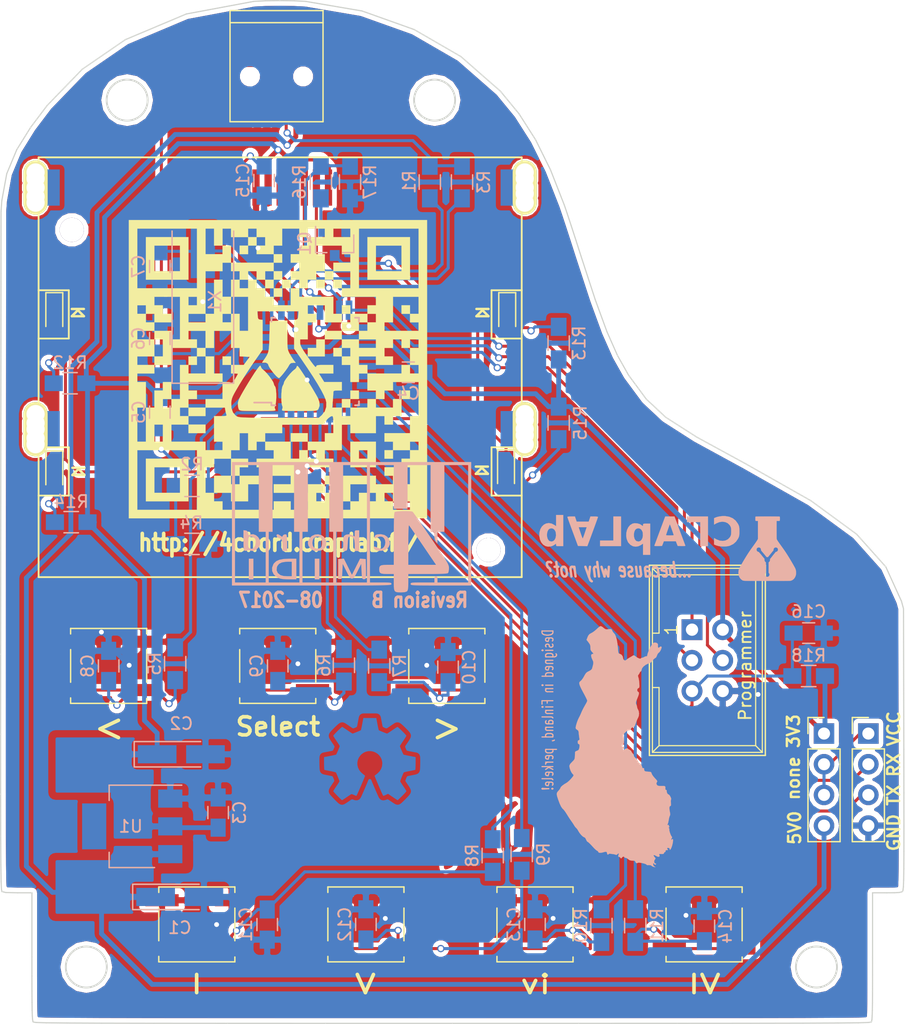
<source format=kicad_pcb>
(kicad_pcb (version 4) (host pcbnew 4.0.7-e2-6376~58~ubuntu16.04.1)
  (layers (0 F.Cu signal) (31 B.Cu signal) (34 B.Paste user) (35 F.Paste user) (36 B.SilkS user) (37 F.SilkS user) (38 B.Mask user) (39 F.Mask user) (44 Edge.Cuts user))
  (net 0 "")
  (net 1 +3V3)
  (net 2 GND)
  (net 3 /XTAL1)
  (net 4 /XTAL2)
  (net 5 "Net-(C8-Pad1)")
  (net 6 "Net-(C9-Pad1)")
  (net 7 "Net-(C10-Pad1)")
  (net 8 "Net-(C11-Pad1)")
  (net 9 "Net-(C12-Pad1)")
  (net 10 "Net-(C13-Pad1)")
  (net 11 "Net-(C14-Pad1)")
  (net 12 "Net-(C15-Pad1)")
  (net 13 "Net-(D1-Pad2)")
  (net 14 "Net-(D1-Pad1)")
  (net 15 "Net-(D2-Pad2)")
  (net 16 "Net-(D3-Pad2)")
  (net 17 "Net-(D4-Pad2)")
  (net 18 /USB_RESET)
  (net 19 /USB_D-)
  (net 20 /BTN_MENU_SELECT)
  (net 21 /LCD_BACKLIGHT_PWM)
  (net 22 /LCD_#RESET)
  (net 23 /LCD_D#C)
  (net 24 /LCD_#CS)
  (net 25 /SPI_MOSI)
  (net 26 /SPI_MISO)
  (net 27 /SPI_SCK)
  (net 28 /BTN_CHORD_I)
  (net 29 /BTN_CHORD_V)
  (net 30 /BTN_CHORD_vi)
  (net 31 /BTN_CHORD_IV)
  (net 32 /#RESET)
  (net 33 /UART_RX)
  (net 34 /UART_TX)
  (net 35 /USB_D+)
  (net 36 "Net-(P1-Pad2)")
  (net 37 "Net-(P1-Pad3)")
  (net 38 "Net-(P3-Pad1)")
  (net 39 +5V)
  (net 40 "Net-(Q1-Pad1)")
  (net 41 /BTN_MENU_PREV)
  (net 42 /BTN_MENU_NEXT)
  (module Nokia_5110-3310_LCD:Nokia_5110-3310_LCD (layer F.Cu) (at 136.2 70.6)
    (fp_text reference U2 hide)
    (fp_text value Nokia_5110_LCD)
    (pad "" thru_hole circle (at 17.25 32.5) (size 2 2) (drill 2) (layers *.Cu))
    (pad "" np_thru_hole circle (at 20.25 23) (size 1.5 1.5) (drill 1.5) (layers *.Mask B.Cu F.SilkS))
    (pad "" np_thru_hole circle (at 20.25 21.75) (size 1.5 1.5) (drill 1.5) (layers *.Mask B.Cu F.SilkS))
    (pad "" np_thru_hole circle (at -20.25 23.25) (size 1.5 1.5) (drill 1.5) (layers *.Mask B.Cu F.SilkS))
    (pad "" np_thru_hole circle (at -20.25 22) (size 1.5 1.5) (drill 1.5) (layers *.Mask B.Cu F.SilkS))
    (pad "" np_thru_hole circle (at -20.25 23.75) (size 1.5 1.5) (drill 1.5) (layers *.Mask B.Cu F.SilkS))
    (pad "" np_thru_hole circle (at -20.25 21.25) (size 1.5 1.5) (drill 1.5) (layers *.Mask B.Cu F.SilkS))
    (pad "" np_thru_hole circle (at -20.25 3.75) (size 1.5 1.5) (drill 1.5) (layers *.Mask B.Cu F.SilkS))
    (pad "" np_thru_hole circle (at -20.25 3.25) (size 1.5 1.5) (drill 1.5) (layers *.Mask B.Cu F.SilkS))
    (pad "" np_thru_hole circle (at -20.25 1.25) (size 1.5 1.5) (drill 1.5) (layers *.Mask B.Cu F.SilkS))
    (pad "" np_thru_hole circle (at -20.25 1.75) (size 1.5 1.5) (drill 1.5) (layers *.Mask B.Cu F.SilkS))
    (pad "" np_thru_hole circle (at 20.25 23.75) (size 1.5 1.5) (drill 1.5) (layers *.Mask B.Cu F.SilkS))
    (pad "" np_thru_hole circle (at 20.25 21.25) (size 1.5 1.5) (drill 1.5) (layers *.Mask B.Cu F.SilkS))
    (pad "" np_thru_hole circle (at 20.25 3) (size 1.5 1.5) (drill 1.5) (layers *.Mask B.Cu F.SilkS))
    (pad "" smd rect (at 19 2.5) (size 1.5 3) (layers B.Cu B.Mask))
    (pad "" smd rect (at 19 22.5) (size 1.5 3) (layers B.Cu B.Mask))
    (pad "" smd rect (at -19 22.5) (size 1.5 3) (layers B.Cu B.Mask))
    (pad "" smd rect (at -19 2.5) (size 1.5 3) (layers B.Cu B.Mask))
    (pad "" np_thru_hole oval (at 20.25 22.5) (size 2 4.5) (drill 1.5) (layers *.Mask B.Cu F.SilkS))
    (pad "" np_thru_hole oval (at -20.25 22.5) (size 2 4.5) (drill 1.5) (layers *.Mask B.Cu F.SilkS))
    (pad "" np_thru_hole oval (at 20.25 2.5) (size 2 4.5) (drill 1.5) (layers *.Mask B.Cu F.SilkS))
    (pad "" np_thru_hole oval (at -20.25 2.5) (size 2 4.5) (drill 1.5) (layers *.Mask B.Cu F.SilkS))
    (pad 9 smd rect (at 4 2.5) (size 0.6 3) (layers F.Cu F.Mask) (net 1 +3V3))
    (pad 8 smd rect (at 3 2.5) (size 0.6 3) (layers F.Cu F.Mask) (net 27 /SPI_SCK))
    (pad 7 smd rect (at 2 2.5) (size 0.6 3) (layers F.Cu F.Mask) (net 25 /SPI_MOSI))
    (pad 6 smd rect (at 1 2.5) (size 0.6 3) (layers F.Cu F.Mask) (net 23 /LCD_D#C))
    (pad 1 smd rect (at -4 2.5) (size 0.6 3) (layers F.Cu F.Mask) (net 22 /LCD_#RESET))
    (pad 2 smd rect (at -3 2.5) (size 0.6 3) (layers F.Cu F.Mask) (net 12 "Net-(C15-Pad1)"))
    (pad 5 smd rect (at 0 2.5) (size 0.6 3) (layers F.Cu F.Mask) (net 24 /LCD_#CS))
    (pad 4 smd rect (at -1 2.5) (size 0.6 3) (layers F.Cu F.Mask) (net 1 +3V3))
    (pad 3 smd rect (at -2 2.5) (size 0.6 3) (layers F.Cu F.Mask) (net 2 GND))
    (pad "" np_thru_hole circle (at 20.25 1.25) (size 1.5 1.5) (drill 1.5) (layers *.Mask B.Cu F.SilkS))
    (pad "" np_thru_hole circle (at 20.25 3.75) (size 1.5 1.5) (drill 1.5) (layers *.Mask B.Cu F.SilkS))
    (pad "" np_thru_hole circle (at 20.25 1.75) (size 1.5 1.5) (drill 1.5) (layers *.Mask B.Cu F.SilkS))
    (pad "" thru_hole circle (at -17.25 6) (size 2 2) (drill 2) (layers *.Cu))
  )
  (module Connect:USB_Mini-B (layer F.Cu) (at 135.9 63.7 270)
    (fp_text reference P1 hide)
    (fp_text value USB_B)
    (pad 1 smd rect (at 2.8 -1.6 270) (size 2.3 0.5) (layers F.Cu F.Paste F.Mask) (net 39 +5V))
    (pad 2 smd rect (at 2.8 -0.8 270) (size 2.3 0.5) (layers F.Cu F.Paste F.Mask) (net 36 "Net-(P1-Pad2)"))
    (pad 3 smd rect (at 2.8 0 270) (size 2.3 0.5) (layers F.Cu F.Paste F.Mask) (net 37 "Net-(P1-Pad3)"))
    (pad 4 smd rect (at 2.8 0.8 270) (size 2.3 0.5) (layers F.Cu F.Paste F.Mask) (net 2 GND))
    (pad 5 smd rect (at 2.8 1.6 270) (size 2.3 0.5) (layers F.Cu F.Paste F.Mask) (net 2 GND))
    (pad 6 smd rect (at 2.7 -4.45 270) (size 2.5 2) (layers F.Cu F.Paste F.Mask))
    (pad 6 smd rect (at -2.8 -4.45 270) (size 2.5 2) (layers F.Cu F.Paste F.Mask))
    (pad 6 smd rect (at 2.7 4.45 270) (size 2.5 2) (layers F.Cu F.Paste F.Mask))
    (pad 6 smd rect (at -2.8 4.45 270) (size 2.5 2) (layers F.Cu F.Paste F.Mask))
    (pad "" np_thru_hole circle (at 0.2 -2.2 270) (size 0.9 0.9) (drill 0.9) (layers *.Cu *.Mask))
    (pad "" np_thru_hole circle (at 0.2 2.2 270) (size 0.9 0.9) (drill 0.9) (layers *.Cu *.Mask))
  )
  (module Capacitors_SMD:C_0805_HandSoldering (layer B.Cu) (at 131.064 124.841 90)
    (fp_text reference C3 (at 0 1.778 270) (layer B.SilkS) (effects (justify mirror)))
    (fp_text value 100n)
    (pad 1 smd rect (at -1.25 0 90) (size 1.5 1.25) (layers B.Cu B.Paste B.Mask) (net 1 +3V3))
    (pad 2 smd rect (at 1.25 0 90) (size 1.5 1.25) (layers B.Cu B.Paste B.Mask) (net 2 GND))
  )
  (module Capacitors_SMD:C_0805_HandSoldering (layer B.Cu) (at 146.812 88.392 180)
    (fp_text reference C4 (at 0 -1.75 360) (layer B.SilkS) (effects (justify mirror)))
    (fp_text value 100n)
    (pad 1 smd rect (at -1.25 0 180) (size 1.5 1.25) (layers B.Cu B.Paste B.Mask) (net 1 +3V3))
    (pad 2 smd rect (at 1.25 0 180) (size 1.5 1.25) (layers B.Cu B.Paste B.Mask) (net 2 GND))
  )
  (module Capacitors_SMD:C_0805_HandSoldering (layer B.Cu) (at 126.238 91.694 270)
    (fp_text reference C5 (at 0 1.75 270) (layer B.SilkS) (effects (justify mirror)))
    (fp_text value 100n)
    (pad 1 smd rect (at -1.25 0 270) (size 1.5 1.25) (layers B.Cu B.Paste B.Mask) (net 1 +3V3))
    (pad 2 smd rect (at 1.25 0 270) (size 1.5 1.25) (layers B.Cu B.Paste B.Mask) (net 2 GND))
  )
  (module Capacitors_SMD:C_0805_HandSoldering (layer B.Cu) (at 126.238 85.598 90)
    (fp_text reference C6 (at 0 -1.778 90) (layer B.SilkS) (effects (justify mirror)))
    (fp_text value 27p)
    (pad 1 smd rect (at -1.25 0 90) (size 1.5 1.25) (layers B.Cu B.Paste B.Mask) (net 3 /XTAL1))
    (pad 2 smd rect (at 1.25 0 90) (size 1.5 1.25) (layers B.Cu B.Paste B.Mask) (net 2 GND))
  )
  (module Capacitors_SMD:C_0805_HandSoldering (layer B.Cu) (at 126.238 79.629 270)
    (fp_text reference C7 (at 0 1.778 450) (layer B.SilkS) (effects (justify mirror)))
    (fp_text value 27p)
    (pad 1 smd rect (at -1.25 0 270) (size 1.5 1.25) (layers B.Cu B.Paste B.Mask) (net 4 /XTAL2))
    (pad 2 smd rect (at 1.25 0 270) (size 1.5 1.25) (layers B.Cu B.Paste B.Mask) (net 2 GND))
  )
  (module Capacitors_SMD:C_0805_HandSoldering (layer B.Cu) (at 122 112.7 90)
    (fp_text reference C8 (at 0 -1.75 270) (layer B.SilkS) (effects (justify mirror)))
    (fp_text value 100n)
    (pad 1 smd rect (at -1.25 0 90) (size 1.5 1.25) (layers B.Cu B.Paste B.Mask) (net 5 "Net-(C8-Pad1)"))
    (pad 2 smd rect (at 1.25 0 90) (size 1.5 1.25) (layers B.Cu B.Paste B.Mask) (net 2 GND))
  )
  (module Capacitors_SMD:C_0805_HandSoldering (layer B.Cu) (at 136 112.7 90)
    (fp_text reference C9 (at 0 -1.75 270) (layer B.SilkS) (effects (justify mirror)))
    (fp_text value 100n)
    (pad 1 smd rect (at -1.25 0 90) (size 1.5 1.25) (layers B.Cu B.Paste B.Mask) (net 6 "Net-(C9-Pad1)"))
    (pad 2 smd rect (at 1.25 0 90) (size 1.5 1.25) (layers B.Cu B.Paste B.Mask) (net 2 GND))
  )
  (module Capacitors_SMD:C_0805_HandSoldering (layer B.Cu) (at 150.1 112.8 90)
    (fp_text reference C10 (at 0 1.75 90) (layer B.SilkS) (effects (justify mirror)))
    (fp_text value 100n)
    (pad 1 smd rect (at -1.25 0 90) (size 1.5 1.25) (layers B.Cu B.Paste B.Mask) (net 7 "Net-(C10-Pad1)"))
    (pad 2 smd rect (at 1.25 0 90) (size 1.5 1.25) (layers B.Cu B.Paste B.Mask) (net 2 GND))
  )
  (module Capacitors_SMD:C_0805_HandSoldering (layer B.Cu) (at 135.128 134.112 270)
    (fp_text reference C11 (at 0 1.778 450) (layer B.SilkS) (effects (justify mirror)))
    (fp_text value 100n)
    (pad 1 smd rect (at -1.25 0 270) (size 1.5 1.25) (layers B.Cu B.Paste B.Mask) (net 8 "Net-(C11-Pad1)"))
    (pad 2 smd rect (at 1.25 0 270) (size 1.5 1.25) (layers B.Cu B.Paste B.Mask) (net 2 GND))
  )
  (module Capacitors_SMD:C_0805_HandSoldering (layer B.Cu) (at 143.3 134.1 90)
    (fp_text reference C12 (at 0 -1.75 270) (layer B.SilkS) (effects (justify mirror)))
    (fp_text value 100n)
    (pad 1 smd rect (at -1.25 0 90) (size 1.5 1.25) (layers B.Cu B.Paste B.Mask) (net 9 "Net-(C12-Pad1)"))
    (pad 2 smd rect (at 1.25 0 90) (size 1.5 1.25) (layers B.Cu B.Paste B.Mask) (net 2 GND))
  )
  (module Capacitors_SMD:C_0805_HandSoldering (layer B.Cu) (at 157.3 134.1 90)
    (fp_text reference C13 (at 0 -1.75 270) (layer B.SilkS) (effects (justify mirror)))
    (fp_text value 100n)
    (pad 1 smd rect (at -1.25 0 90) (size 1.5 1.25) (layers B.Cu B.Paste B.Mask) (net 10 "Net-(C13-Pad1)"))
    (pad 2 smd rect (at 1.25 0 90) (size 1.5 1.25) (layers B.Cu B.Paste B.Mask) (net 2 GND))
  )
  (module Capacitors_SMD:C_0805_HandSoldering (layer B.Cu) (at 171.323 134.239 90)
    (fp_text reference C14 (at 0 1.75 90) (layer B.SilkS) (effects (justify mirror)))
    (fp_text value 100n)
    (pad 1 smd rect (at -1.25 0 90) (size 1.5 1.25) (layers B.Cu B.Paste B.Mask) (net 11 "Net-(C14-Pad1)"))
    (pad 2 smd rect (at 1.25 0 90) (size 1.5 1.25) (layers B.Cu B.Paste B.Mask) (net 2 GND))
  )
  (module Capacitors_SMD:C_0805_HandSoldering (layer B.Cu) (at 134.874 72.517 270)
    (fp_text reference C15 (at 0 1.75 270) (layer B.SilkS) (effects (justify mirror)))
    (fp_text value 100n)
    (pad 1 smd rect (at -1.25 0 270) (size 1.5 1.25) (layers B.Cu B.Paste B.Mask) (net 12 "Net-(C15-Pad1)"))
    (pad 2 smd rect (at 1.25 0 270) (size 1.5 1.25) (layers B.Cu B.Paste B.Mask) (net 2 GND))
  )
  (module LEDs:LED_0805 (layer F.Cu) (at 117.5 83.6 270)
    (fp_text reference D1 hide)
    (fp_text value LED)
    (pad 2 smd rect (at 1.1 0 90) (size 1.2 1.2) (layers F.Cu F.Paste F.Mask) (net 13 "Net-(D1-Pad2)"))
    (pad 1 smd rect (at -1.1 0 90) (size 1.2 1.2) (layers F.Cu F.Paste F.Mask) (net 14 "Net-(D1-Pad1)"))
  )
  (module LEDs:LED_0805 (layer F.Cu) (at 155 83.6 270)
    (fp_text reference D2 hide)
    (fp_text value LED)
    (pad 2 smd rect (at 1.1 0 90) (size 1.2 1.2) (layers F.Cu F.Paste F.Mask) (net 15 "Net-(D2-Pad2)"))
    (pad 1 smd rect (at -1.1 0 90) (size 1.2 1.2) (layers F.Cu F.Paste F.Mask) (net 14 "Net-(D1-Pad1)"))
  )
  (module LEDs:LED_0805 (layer F.Cu) (at 117.5 96.7 270)
    (fp_text reference D3 hide)
    (fp_text value LED)
    (pad 2 smd rect (at 1.1 0 90) (size 1.2 1.2) (layers F.Cu F.Paste F.Mask) (net 16 "Net-(D3-Pad2)"))
    (pad 1 smd rect (at -1.1 0 90) (size 1.2 1.2) (layers F.Cu F.Paste F.Mask) (net 14 "Net-(D1-Pad1)"))
  )
  (module LEDs:LED_0805 (layer F.Cu) (at 154.9 96.6 270)
    (fp_text reference D4 hide)
    (fp_text value LED)
    (pad 2 smd rect (at 1.1 0 90) (size 1.2 1.2) (layers F.Cu F.Paste F.Mask) (net 17 "Net-(D4-Pad2)"))
    (pad 1 smd rect (at -1.1 0 90) (size 1.2 1.2) (layers F.Cu F.Paste F.Mask) (net 14 "Net-(D1-Pad1)"))
  )
  (module Housings_QFP:TQFP-32_7x7mm_Pitch0.8mm (layer B.Cu) (at 139.1 87.5)
    (fp_text reference IC1 hide)
    (fp_text value ATMEGA328P-A)
    (pad 1 smd rect (at -4.25 2.8) (size 1.6 0.55) (layers B.Cu B.Paste B.Mask))
    (pad 2 smd rect (at -4.25 2) (size 1.6 0.55) (layers B.Cu B.Paste B.Mask) (net 41 /BTN_MENU_PREV))
    (pad 3 smd rect (at -4.25 1.2) (size 1.6 0.55) (layers B.Cu B.Paste B.Mask) (net 2 GND))
    (pad 4 smd rect (at -4.25 0.4) (size 1.6 0.55) (layers B.Cu B.Paste B.Mask) (net 1 +3V3))
    (pad 5 smd rect (at -4.25 -0.4) (size 1.6 0.55) (layers B.Cu B.Paste B.Mask) (net 2 GND))
    (pad 6 smd rect (at -4.25 -1.2) (size 1.6 0.55) (layers B.Cu B.Paste B.Mask) (net 1 +3V3))
    (pad 7 smd rect (at -4.25 -2) (size 1.6 0.55) (layers B.Cu B.Paste B.Mask) (net 3 /XTAL1))
    (pad 8 smd rect (at -4.25 -2.8) (size 1.6 0.55) (layers B.Cu B.Paste B.Mask) (net 4 /XTAL2))
    (pad 9 smd rect (at -2.8 -4.25 270) (size 1.6 0.55) (layers B.Cu B.Paste B.Mask) (net 21 /LCD_BACKLIGHT_PWM))
    (pad 10 smd rect (at -2 -4.25 270) (size 1.6 0.55) (layers B.Cu B.Paste B.Mask) (net 19 /USB_D-))
    (pad 11 smd rect (at -1.2 -4.25 270) (size 1.6 0.55) (layers B.Cu B.Paste B.Mask) (net 18 /USB_RESET))
    (pad 12 smd rect (at -0.4 -4.25 270) (size 1.6 0.55) (layers B.Cu B.Paste B.Mask) (net 22 /LCD_#RESET))
    (pad 13 smd rect (at 0.4 -4.25 270) (size 1.6 0.55) (layers B.Cu B.Paste B.Mask) (net 23 /LCD_D#C))
    (pad 14 smd rect (at 1.2 -4.25 270) (size 1.6 0.55) (layers B.Cu B.Paste B.Mask) (net 24 /LCD_#CS))
    (pad 15 smd rect (at 2 -4.25 270) (size 1.6 0.55) (layers B.Cu B.Paste B.Mask) (net 25 /SPI_MOSI))
    (pad 16 smd rect (at 2.8 -4.25 270) (size 1.6 0.55) (layers B.Cu B.Paste B.Mask) (net 26 /SPI_MISO))
    (pad 17 smd rect (at 4.25 -2.8) (size 1.6 0.55) (layers B.Cu B.Paste B.Mask) (net 27 /SPI_SCK))
    (pad 18 smd rect (at 4.25 -2) (size 1.6 0.55) (layers B.Cu B.Paste B.Mask) (net 1 +3V3))
    (pad 19 smd rect (at 4.25 -1.2) (size 1.6 0.55) (layers B.Cu B.Paste B.Mask))
    (pad 20 smd rect (at 4.25 -0.4) (size 1.6 0.55) (layers B.Cu B.Paste B.Mask))
    (pad 21 smd rect (at 4.25 0.4) (size 1.6 0.55) (layers B.Cu B.Paste B.Mask) (net 2 GND))
    (pad 22 smd rect (at 4.25 1.2) (size 1.6 0.55) (layers B.Cu B.Paste B.Mask))
    (pad 23 smd rect (at 4.25 2) (size 1.6 0.55) (layers B.Cu B.Paste B.Mask) (net 31 /BTN_CHORD_IV))
    (pad 24 smd rect (at 4.25 2.8) (size 1.6 0.55) (layers B.Cu B.Paste B.Mask) (net 30 /BTN_CHORD_vi))
    (pad 25 smd rect (at 2.8 4.25 270) (size 1.6 0.55) (layers B.Cu B.Paste B.Mask) (net 29 /BTN_CHORD_V))
    (pad 26 smd rect (at 2 4.25 270) (size 1.6 0.55) (layers B.Cu B.Paste B.Mask) (net 28 /BTN_CHORD_I))
    (pad 27 smd rect (at 1.2 4.25 270) (size 1.6 0.55) (layers B.Cu B.Paste B.Mask) (net 42 /BTN_MENU_NEXT))
    (pad 28 smd rect (at 0.4 4.25 270) (size 1.6 0.55) (layers B.Cu B.Paste B.Mask) (net 20 /BTN_MENU_SELECT))
    (pad 29 smd rect (at -0.4 4.25 270) (size 1.6 0.55) (layers B.Cu B.Paste B.Mask) (net 32 /#RESET))
    (pad 30 smd rect (at -1.2 4.25 270) (size 1.6 0.55) (layers B.Cu B.Paste B.Mask) (net 33 /UART_RX))
    (pad 31 smd rect (at -2 4.25 270) (size 1.6 0.55) (layers B.Cu B.Paste B.Mask) (net 34 /UART_TX))
    (pad 32 smd rect (at -2.8 4.25 270) (size 1.6 0.55) (layers B.Cu B.Paste B.Mask) (net 35 /USB_D+))
  )
  (module Pin_Headers:Pin_Header_Straight_1x04_Pitch2.54mm (layer F.Cu) (at 184.9 118.3)
    (fp_text reference P3 hide)
    (fp_text value UART hide)
    (pad 1 thru_hole rect (at 0 0) (size 1.7 1.7) (drill 1) (layers *.Cu *.Mask) (net 38 "Net-(P3-Pad1)"))
    (pad 2 thru_hole oval (at 0 2.54) (size 1.7 1.7) (drill 1) (layers *.Cu *.Mask) (net 33 /UART_RX))
    (pad 3 thru_hole oval (at 0 5.08) (size 1.7 1.7) (drill 1) (layers *.Cu *.Mask) (net 34 /UART_TX))
    (pad 4 thru_hole oval (at 0 7.62) (size 1.7 1.7) (drill 1) (layers *.Cu *.Mask) (net 2 GND))
  )
  (module TO_SOT_Packages_SMD:SOT-23 (layer B.Cu) (at 140.716 77.724 270)
    (fp_text reference Q1 (at 0 2.5 270) (layer B.SilkS) (effects (justify mirror)))
    (fp_text value 2N7002)
    (pad 1 smd rect (at -1 0.95 270) (size 0.9 0.8) (layers B.Cu B.Paste B.Mask) (net 40 "Net-(Q1-Pad1)"))
    (pad 2 smd rect (at -1 -0.95 270) (size 0.9 0.8) (layers B.Cu B.Paste B.Mask) (net 2 GND))
    (pad 3 smd rect (at 1 0 270) (size 0.9 0.8) (layers B.Cu B.Paste B.Mask) (net 14 "Net-(D1-Pad1)"))
  )
  (module Resistors_SMD:R_0805_HandSoldering (layer B.Cu) (at 148.59 72.644 270)
    (fp_text reference R1 (at 0 1.7 270) (layer B.SilkS) (effects (justify mirror)))
    (fp_text value 68R)
    (pad 1 smd rect (at -1.35 0 270) (size 1.5 1.3) (layers B.Cu B.Paste B.Mask) (net 36 "Net-(P1-Pad2)"))
    (pad 2 smd rect (at 1.35 0 270) (size 1.5 1.3) (layers B.Cu B.Paste B.Mask) (net 19 /USB_D-))
  )
  (module Resistors_SMD:R_0805_HandSoldering (layer B.Cu) (at 128.9 97.8)
    (fp_text reference R2 (at 0 -1.8 180) (layer B.SilkS) (effects (justify mirror)))
    (fp_text value 68R)
    (pad 1 smd rect (at -1.35 0) (size 1.5 1.3) (layers B.Cu B.Paste B.Mask) (net 37 "Net-(P1-Pad3)"))
    (pad 2 smd rect (at 1.35 0) (size 1.5 1.3) (layers B.Cu B.Paste B.Mask) (net 35 /USB_D+))
  )
  (module Resistors_SMD:R_0805_HandSoldering (layer B.Cu) (at 151.257 72.644 270)
    (fp_text reference R3 (at 0 -1.8 450) (layer B.SilkS) (effects (justify mirror)))
    (fp_text value 1k5)
    (pad 1 smd rect (at -1.35 0 270) (size 1.5 1.3) (layers B.Cu B.Paste B.Mask) (net 36 "Net-(P1-Pad2)"))
    (pad 2 smd rect (at 1.35 0 270) (size 1.5 1.3) (layers B.Cu B.Paste B.Mask) (net 18 /USB_RESET))
  )
  (module Resistors_SMD:R_0805_HandSoldering (layer B.Cu) (at 128.9 102.6)
    (fp_text reference R4 (at -0.05 -1.75 180) (layer B.SilkS) (effects (justify mirror)))
    (fp_text value 1M)
    (pad 1 smd rect (at -1.35 0) (size 1.5 1.3) (layers B.Cu B.Paste B.Mask) (net 37 "Net-(P1-Pad3)"))
    (pad 2 smd rect (at 1.35 0) (size 1.5 1.3) (layers B.Cu B.Paste B.Mask) (net 2 GND))
  )
  (module Resistors_SMD:R_0805_HandSoldering (layer B.Cu) (at 127.508 112.522 270)
    (fp_text reference R5 (at 0 1.7 270) (layer B.SilkS) (effects (justify mirror)))
    (fp_text value 10k)
    (pad 1 smd rect (at -1.35 0 270) (size 1.5 1.3) (layers B.Cu B.Paste B.Mask) (net 41 /BTN_MENU_PREV))
    (pad 2 smd rect (at 1.35 0 270) (size 1.5 1.3) (layers B.Cu B.Paste B.Mask) (net 5 "Net-(C8-Pad1)"))
  )
  (module Resistors_SMD:R_0805_HandSoldering (layer B.Cu) (at 141.478 112.649 270)
    (fp_text reference R6 (at 0 1.651 270) (layer B.SilkS) (effects (justify mirror)))
    (fp_text value 10k)
    (pad 1 smd rect (at -1.35 0 270) (size 1.5 1.3) (layers B.Cu B.Paste B.Mask) (net 20 /BTN_MENU_SELECT))
    (pad 2 smd rect (at 1.35 0 270) (size 1.5 1.3) (layers B.Cu B.Paste B.Mask) (net 6 "Net-(C9-Pad1)"))
  )
  (module Resistors_SMD:R_0805_HandSoldering (layer B.Cu) (at 144.4 112.7 270)
    (fp_text reference R7 (at 0 -1.7 450) (layer B.SilkS) (effects (justify mirror)))
    (fp_text value 10k)
    (pad 1 smd rect (at -1.35 0 270) (size 1.5 1.3) (layers B.Cu B.Paste B.Mask) (net 42 /BTN_MENU_NEXT))
    (pad 2 smd rect (at 1.35 0 270) (size 1.5 1.3) (layers B.Cu B.Paste B.Mask) (net 7 "Net-(C10-Pad1)"))
  )
  (module Resistors_SMD:R_0805_HandSoldering (layer B.Cu) (at 153.8 128.4 270)
    (fp_text reference R8 (at 0 1.7 270) (layer B.SilkS) (effects (justify mirror)))
    (fp_text value 10k)
    (pad 1 smd rect (at -1.35 0 270) (size 1.5 1.3) (layers B.Cu B.Paste B.Mask) (net 28 /BTN_CHORD_I))
    (pad 2 smd rect (at 1.35 0 270) (size 1.5 1.3) (layers B.Cu B.Paste B.Mask) (net 8 "Net-(C11-Pad1)"))
  )
  (module Resistors_SMD:R_0805_HandSoldering (layer B.Cu) (at 156.2 128.3 270)
    (fp_text reference R9 (at 0 -1.8 450) (layer B.SilkS) (effects (justify mirror)))
    (fp_text value 10k)
    (pad 1 smd rect (at -1.35 0 270) (size 1.5 1.3) (layers B.Cu B.Paste B.Mask) (net 29 /BTN_CHORD_V))
    (pad 2 smd rect (at 1.35 0 270) (size 1.5 1.3) (layers B.Cu B.Paste B.Mask) (net 9 "Net-(C12-Pad1)"))
  )
  (module Resistors_SMD:R_0805_HandSoldering (layer B.Cu) (at 162.8 134.2 270)
    (fp_text reference R10 (at 0 1.7 270) (layer B.SilkS) (effects (justify mirror)))
    (fp_text value 10k)
    (pad 1 smd rect (at -1.35 0 270) (size 1.5 1.3) (layers B.Cu B.Paste B.Mask) (net 30 /BTN_CHORD_vi))
    (pad 2 smd rect (at 1.35 0 270) (size 1.5 1.3) (layers B.Cu B.Paste B.Mask) (net 10 "Net-(C13-Pad1)"))
  )
  (module Resistors_SMD:R_0805_HandSoldering (layer B.Cu) (at 165.6 134.2 270)
    (fp_text reference R11 (at 0 -1.8 450) (layer B.SilkS) (effects (justify mirror)))
    (fp_text value 10k)
    (pad 1 smd rect (at -1.35 0 270) (size 1.5 1.3) (layers B.Cu B.Paste B.Mask) (net 31 /BTN_CHORD_IV))
    (pad 2 smd rect (at 1.35 0 270) (size 1.5 1.3) (layers B.Cu B.Paste B.Mask) (net 11 "Net-(C14-Pad1)"))
  )
  (module Resistors_SMD:R_0805_HandSoldering (layer B.Cu) (at 118.8 89.3 180)
    (fp_text reference R12 (at 0 1.7 180) (layer B.SilkS) (effects (justify mirror)))
    (fp_text value 100)
    (pad 1 smd rect (at -1.35 0 180) (size 1.5 1.3) (layers B.Cu B.Paste B.Mask) (net 1 +3V3))
    (pad 2 smd rect (at 1.35 0 180) (size 1.5 1.3) (layers B.Cu B.Paste B.Mask) (net 13 "Net-(D1-Pad2)"))
  )
  (module Resistors_SMD:R_0805_HandSoldering (layer B.Cu) (at 159.258 85.979 90)
    (fp_text reference R13 (at 0 1.7 90) (layer B.SilkS) (effects (justify mirror)))
    (fp_text value 100)
    (pad 1 smd rect (at -1.35 0 90) (size 1.5 1.3) (layers B.Cu B.Paste B.Mask) (net 1 +3V3))
    (pad 2 smd rect (at 1.35 0 90) (size 1.5 1.3) (layers B.Cu B.Paste B.Mask) (net 15 "Net-(D2-Pad2)"))
  )
  (module Resistors_SMD:R_0805_HandSoldering (layer B.Cu) (at 118.9 100.8 180)
    (fp_text reference R14 (at 0 1.7 180) (layer B.SilkS) (effects (justify mirror)))
    (fp_text value 100)
    (pad 1 smd rect (at -1.35 0 180) (size 1.5 1.3) (layers B.Cu B.Paste B.Mask) (net 1 +3V3))
    (pad 2 smd rect (at 1.35 0 180) (size 1.5 1.3) (layers B.Cu B.Paste B.Mask) (net 16 "Net-(D3-Pad2)"))
  )
  (module Resistors_SMD:R_0805_HandSoldering (layer B.Cu) (at 159.258 92.583 270)
    (fp_text reference R15 (at 0 -1.8 450) (layer B.SilkS) (effects (justify mirror)))
    (fp_text value 100)
    (pad 1 smd rect (at -1.35 0 270) (size 1.5 1.3) (layers B.Cu B.Paste B.Mask) (net 1 +3V3))
    (pad 2 smd rect (at 1.35 0 270) (size 1.5 1.3) (layers B.Cu B.Paste B.Mask) (net 17 "Net-(D4-Pad2)"))
  )
  (module Resistors_SMD:R_0805_HandSoldering (layer B.Cu) (at 139.573 72.644 90)
    (fp_text reference R16 (at 0 -1.778 270) (layer B.SilkS) (effects (justify mirror)))
    (fp_text value 100)
    (pad 1 smd rect (at -1.35 0 90) (size 1.5 1.3) (layers B.Cu B.Paste B.Mask) (net 40 "Net-(Q1-Pad1)"))
    (pad 2 smd rect (at 1.35 0 90) (size 1.5 1.3) (layers B.Cu B.Paste B.Mask) (net 21 /LCD_BACKLIGHT_PWM))
  )
  (module Resistors_SMD:R_0805_HandSoldering (layer B.Cu) (at 141.986 72.644 270)
    (fp_text reference R17 (at 0 -1.651 450) (layer B.SilkS) (effects (justify mirror)))
    (fp_text value 1M)
    (pad 1 smd rect (at -1.35 0 270) (size 1.5 1.3) (layers B.Cu B.Paste B.Mask) (net 21 /LCD_BACKLIGHT_PWM))
    (pad 2 smd rect (at 1.35 0 270) (size 1.5 1.3) (layers B.Cu B.Paste B.Mask) (net 2 GND))
  )
  (module Buttons_Switches_SMD:SW_SPST_EVPBF (layer F.Cu) (at 122 112.7)
    (fp_text reference SW1 hide)
    (fp_text value < (at 0.047 5.029) (layer F.SilkS) (effects (font (size 2.5 2) (thickness 0.3))))
    (pad 1 smd rect (at 2.88 -2) (size 2.75 1) (layers F.Cu F.Paste F.Mask) (net 2 GND))
    (pad 1 smd rect (at -2.88 -2) (size 2.75 1) (layers F.Cu F.Paste F.Mask) (net 2 GND))
    (pad 2 smd rect (at -2.88 2) (size 2.75 1) (layers F.Cu F.Paste F.Mask) (net 5 "Net-(C8-Pad1)"))
    (pad 2 smd rect (at 2.88 2) (size 2.75 1) (layers F.Cu F.Paste F.Mask) (net 5 "Net-(C8-Pad1)"))
  )
  (module Buttons_Switches_SMD:SW_SPST_EVPBF (layer F.Cu) (at 136 112.7)
    (fp_text reference SW2 hide)
    (fp_text value Select (at 0.017 5.029) (layer F.SilkS) (effects (font (size 1.5 1.5) (thickness 0.3))))
    (pad 1 smd rect (at 2.88 -2) (size 2.75 1) (layers F.Cu F.Paste F.Mask) (net 2 GND))
    (pad 1 smd rect (at -2.88 -2) (size 2.75 1) (layers F.Cu F.Paste F.Mask) (net 2 GND))
    (pad 2 smd rect (at -2.88 2) (size 2.75 1) (layers F.Cu F.Paste F.Mask) (net 6 "Net-(C9-Pad1)"))
    (pad 2 smd rect (at 2.88 2) (size 2.75 1) (layers F.Cu F.Paste F.Mask) (net 6 "Net-(C9-Pad1)"))
  )
  (module Buttons_Switches_SMD:SW_SPST_EVPBF (layer F.Cu) (at 150 112.7)
    (fp_text reference SW3 hide)
    (fp_text value > (at -0.013 5.029) (layer F.SilkS) (effects (font (size 2.5 2) (thickness 0.3))))
    (pad 1 smd rect (at 2.88 -2) (size 2.75 1) (layers F.Cu F.Paste F.Mask) (net 2 GND))
    (pad 1 smd rect (at -2.88 -2) (size 2.75 1) (layers F.Cu F.Paste F.Mask) (net 2 GND))
    (pad 2 smd rect (at -2.88 2) (size 2.75 1) (layers F.Cu F.Paste F.Mask) (net 7 "Net-(C10-Pad1)"))
    (pad 2 smd rect (at 2.88 2) (size 2.75 1) (layers F.Cu F.Paste F.Mask) (net 7 "Net-(C10-Pad1)"))
  )
  (module Buttons_Switches_SMD:SW_SPST_EVPBF (layer F.Cu) (at 129.3 134.1)
    (fp_text reference SW4 hide)
    (fp_text value I (at -0.014 4.965) (layer F.SilkS) (effects (font (size 1.5 2) (thickness 0.3))))
    (pad 1 smd rect (at 2.88 -2) (size 2.75 1) (layers F.Cu F.Paste F.Mask) (net 2 GND))
    (pad 1 smd rect (at -2.88 -2) (size 2.75 1) (layers F.Cu F.Paste F.Mask) (net 2 GND))
    (pad 2 smd rect (at -2.88 2) (size 2.75 1) (layers F.Cu F.Paste F.Mask) (net 8 "Net-(C11-Pad1)"))
    (pad 2 smd rect (at 2.88 2) (size 2.75 1) (layers F.Cu F.Paste F.Mask) (net 8 "Net-(C11-Pad1)"))
  )
  (module Buttons_Switches_SMD:SW_SPST_EVPBF (layer F.Cu) (at 143.3 134.1)
    (fp_text reference SW5 hide)
    (fp_text value V (at -0.044 4.965) (layer F.SilkS) (effects (font (size 1.5 2) (thickness 0.3))))
    (pad 1 smd rect (at 2.88 -2) (size 2.75 1) (layers F.Cu F.Paste F.Mask) (net 2 GND))
    (pad 1 smd rect (at -2.88 -2) (size 2.75 1) (layers F.Cu F.Paste F.Mask) (net 2 GND))
    (pad 2 smd rect (at -2.88 2) (size 2.75 1) (layers F.Cu F.Paste F.Mask) (net 9 "Net-(C12-Pad1)"))
    (pad 2 smd rect (at 2.88 2) (size 2.75 1) (layers F.Cu F.Paste F.Mask) (net 9 "Net-(C12-Pad1)"))
  )
  (module Buttons_Switches_SMD:SW_SPST_EVPBF (layer F.Cu) (at 157.3 134.1)
    (fp_text reference SW6 hide)
    (fp_text value vi (at 0.053 4.965) (layer F.SilkS) (effects (font (size 1.5 2) (thickness 0.3))))
    (pad 1 smd rect (at 2.88 -2) (size 2.75 1) (layers F.Cu F.Paste F.Mask) (net 2 GND))
    (pad 1 smd rect (at -2.88 -2) (size 2.75 1) (layers F.Cu F.Paste F.Mask) (net 2 GND))
    (pad 2 smd rect (at -2.88 2) (size 2.75 1) (layers F.Cu F.Paste F.Mask) (net 10 "Net-(C13-Pad1)"))
    (pad 2 smd rect (at 2.88 2) (size 2.75 1) (layers F.Cu F.Paste F.Mask) (net 10 "Net-(C13-Pad1)"))
  )
  (module Buttons_Switches_SMD:SW_SPST_EVPBF (layer F.Cu) (at 171.3 134.1)
    (fp_text reference SW7 hide)
    (fp_text value IV (at 0.023 4.965) (layer F.SilkS) (effects (font (size 1.5 2) (thickness 0.3))))
    (pad 1 smd rect (at 2.88 -2) (size 2.75 1) (layers F.Cu F.Paste F.Mask) (net 2 GND))
    (pad 1 smd rect (at -2.88 -2) (size 2.75 1) (layers F.Cu F.Paste F.Mask) (net 2 GND))
    (pad 2 smd rect (at -2.88 2) (size 2.75 1) (layers F.Cu F.Paste F.Mask) (net 11 "Net-(C14-Pad1)"))
    (pad 2 smd rect (at 2.88 2) (size 2.75 1) (layers F.Cu F.Paste F.Mask) (net 11 "Net-(C14-Pad1)"))
  )
  (module TO_SOT_Packages_SMD:SOT-223 (layer B.Cu) (at 123.952 125.984 180)
    (fp_text reference U1 (at 0.127 0 360) (layer B.SilkS) (effects (justify mirror)))
    (fp_text value LD1117S33CTR)
    (pad 4 smd rect (at 3.15 0 180) (size 2 3.8) (layers B.Cu B.Paste B.Mask))
    (pad 2 smd rect (at -3.15 0 180) (size 2 1.5) (layers B.Cu B.Paste B.Mask) (net 1 +3V3))
    (pad 3 smd rect (at -3.15 -2.3 180) (size 2 1.5) (layers B.Cu B.Paste B.Mask) (net 39 +5V))
    (pad 1 smd rect (at -3.15 2.3 180) (size 2 1.5) (layers B.Cu B.Paste B.Mask) (net 2 GND))
  )
  (module Capacitors_Tantalum_SMD:CP_Tantalum_Case-A_EIA-3216-18_Hand (layer B.Cu) (at 127.889 131.826)
    (fp_text reference C1 (at 0 2.55) (layer B.SilkS) (effects (justify mirror)))
    (fp_text value 10u)
    (pad 1 smd rect (at -2 0) (size 3.2 1.5) (layers B.Cu B.Paste B.Mask) (net 39 +5V))
    (pad 2 smd rect (at 2 0) (size 3.2 1.5) (layers B.Cu B.Paste B.Mask) (net 2 GND))
  )
  (module Capacitors_Tantalum_SMD:CP_Tantalum_Case-A_EIA-3216-18_Hand (layer B.Cu) (at 128.016 120.015)
    (fp_text reference C2 (at 0 -2.54) (layer B.SilkS) (effects (justify mirror)))
    (fp_text value 10u)
    (pad 1 smd rect (at -2 0) (size 3.2 1.5) (layers B.Cu B.Paste B.Mask) (net 1 +3V3))
    (pad 2 smd rect (at 2 0) (size 3.2 1.5) (layers B.Cu B.Paste B.Mask) (net 2 GND))
  )
  (module Crystals:Crystal_SMD_HC49-SD (layer B.Cu) (at 129.8 82.6 90)
    (fp_text reference X1 (at 0.05 1.01 90) (layer B.SilkS) (effects (justify mirror)))
    (fp_text value 12MHz)
    (pad 1 smd rect (at -4.25 0 90) (size 4.5 2) (layers B.Cu B.Paste B.Mask) (net 3 /XTAL1))
    (pad 2 smd rect (at 4.25 0 90) (size 4.5 2) (layers B.Cu B.Paste B.Mask) (net 4 /XTAL2))
  )
  (module Connect:IDC_Header_Straight_6pins (layer F.Cu) (at 170.3 109.7 270)
    (fp_text reference P2 hide)
    (fp_text value Programmer (at 3 -4.4 270) (layer F.SilkS))
    (fp_text user 1 (at 0.02 1.72 270) (layer F.SilkS) (effects (font (thickness 0.12))))
    (pad 1 thru_hole rect (at 0 0 270) (size 1.7272 1.7272) (drill 1.016) (layers *.Cu *.Mask) (net 26 /SPI_MISO))
    (pad 2 thru_hole oval (at 0 -2.54 270) (size 1.7272 1.7272) (drill 1.016) (layers *.Cu *.Mask) (net 1 +3V3))
    (pad 3 thru_hole oval (at 2.54 0 270) (size 1.7272 1.7272) (drill 1.016) (layers *.Cu *.Mask) (net 27 /SPI_SCK))
    (pad 4 thru_hole oval (at 2.54 -2.54 270) (size 1.7272 1.7272) (drill 1.016) (layers *.Cu *.Mask) (net 25 /SPI_MOSI))
    (pad 5 thru_hole oval (at 5.08 0 270) (size 1.7272 1.7272) (drill 1.016) (layers *.Cu *.Mask) (net 32 /#RESET))
    (pad 6 thru_hole oval (at 5.08 -2.54 270) (size 1.7272 1.7272) (drill 1.016) (layers *.Cu *.Mask) (net 2 GND))
  )
  (module Pin_Headers:Pin_Header_Straight_1x04_Pitch2.54mm (layer F.Cu) (at 181.229 118.3005)
    (fp_text reference P4 hide)
    (fp_text value "UART Power")
    (pad 1 thru_hole rect (at 0 0) (size 1.7 1.7) (drill 1) (layers *.Cu *.Mask) (net 1 +3V3))
    (pad 2 thru_hole oval (at 0 2.54) (size 1.7 1.7) (drill 1) (layers *.Cu *.Mask) (net 38 "Net-(P3-Pad1)"))
    (pad 3 thru_hole oval (at 0 5.08) (size 1.7 1.7) (drill 1) (layers *.Cu *.Mask) (net 38 "Net-(P3-Pad1)"))
    (pad 4 thru_hole oval (at 0 7.62) (size 1.7 1.7) (drill 1) (layers *.Cu *.Mask) (net 39 +5V))
  )
  (module Artwork_4chord-midi:craplab-fraktur-Cu (layer F.Cu) (at 150.622 126.619)
    (fp_text reference G2 hide)
    (fp_text value LOGO hide)
    (fp_poly (pts (xy -0.340314 -1.916823) (xy -0.317088 -1.90478) (xy -0.201297 -1.812579) (xy -0.228909 -1.72372) (xy -0.229604 -1.723022) (xy -0.311822 -1.541338) (xy -0.280247 -1.324004) (xy -0.163944 -1.155638) (xy -0.070018 -1.083539) (xy 0.019241 -1.075154) (xy 0.146792 -1.142133) (xy 0.355598 -1.296123) (xy 0.356378 -1.296719) (xy 0.723144 -1.576765) (xy 1.002573 -1.38714) (xy 1.218056 -1.254229) (xy 1.405351 -1.160208) (xy 1.440624 -1.147169) (xy 1.503231 -1.118508) (xy 1.545865 -1.062197) (xy 1.571444 -0.952694) (xy 1.582886 -0.764457) (xy 1.58311 -0.471947) (xy 1.575034 -0.049621) (xy 1.573529 0.016034) (xy 1.547812 1.128892) (xy 1.071562 1.554707) (xy 0.841416 1.753745) (xy 0.653836 1.903574) (xy 0.541531 1.978434) (xy 0.528457 1.982448) (xy 0.425058 1.938979) (xy 0.266896 1.831186) (xy 0.259784 1.825625) (xy 0.100053 1.71526) (xy -0.00832 1.666961) (xy -0.010705 1.666875) (xy -0.046122 1.73917) (xy -0.070919 1.927882) (xy -0.079375 2.168111) (xy -0.083304 2.442503) (xy -0.108758 2.604557) (xy -0.176237 2.700684) (xy -0.306242 2.777292) (xy -0.359881 2.803111) (xy -0.600765 2.906008) (xy -0.742541 2.926906) (xy -0.821383 2.866873) (xy -0.844584 2.81739) (xy -0.863098 2.683169) (xy -0.869304 2.440326) (xy -0.862099 2.138593) (xy -0.860394 2.103015) (xy -0.84859 1.778516) (xy -0.857335 1.591696) (xy -0.892243 1.52219) (xy -0.95893 1.549628) (xy -1.002001 1.589375) (xy -1.110216 1.609721) (xy -1.21536 1.524647) (xy -1.285956 1.428815) (xy -1.279309 1.341599) (xy -1.179885 1.218536) (xy -1.07061 1.110326) (xy -0.935843 0.973302) (xy -0.853927 0.853491) (xy -0.811708 0.706333) (xy -0.796034 0.48727) (xy -0.793835 0.184072) (xy -0.079375 0.184072) (xy -0.079375 0.840318) (xy 0.257968 0.969939) (xy 0.525824 1.065677) (xy 0.684017 1.091214) (xy 0.768411 1.039782) (xy 0.814871 0.904611) (xy 0.823515 0.863203) (xy 0.849393 0.653446) (xy 0.867342 0.354369) (xy 0.873125 0.071491) (xy 0.869157 -0.21804) (xy 0.846914 -0.392272) (xy 0.790888 -0.494631) (xy 0.685572 -0.568543) (xy 0.635 -0.595313) (xy 0.452048 -0.672354) (xy 0.305865 -0.66219) (xy 0.15875 -0.595313) (xy 0.042075 -0.528736) (xy -0.028473 -0.452214) (xy -0.064496 -0.327773) (xy -0.077596 -0.117444) (xy -0.079375 0.184072) (xy -0.793835 0.184072) (xy -0.79375 0.172391) (xy -0.802068 -0.194492) (xy -0.832627 -0.450526) (xy -0.893836 -0.643006) (xy -0.960864 -0.767595) (xy -1.058939 -0.987257) (xy -1.056532 -1.198849) (xy -0.944915 -1.437105) (xy -0.718097 -1.733539) (xy -0.566412 -1.895266) (xy -0.457145 -1.949246) (xy -0.340314 -1.916823)) (layer F.Cu) (width 0.01))
    (fp_poly (pts (xy -3.976515 -1.399263) (xy -3.791946 -1.301956) (xy -3.664465 -1.286763) (xy -3.517592 -1.350002) (xy -3.473394 -1.375043) (xy -3.296314 -1.454154) (xy -3.176137 -1.468225) (xy -3.169624 -1.465115) (xy -3.146576 -1.373674) (xy -3.133217 -1.153132) (xy -3.130252 -0.832883) (xy -3.13839 -0.442321) (xy -3.142381 -0.33368) (xy -3.15764 0.165804) (xy -3.154876 0.524239) (xy -3.130274 0.758692) (xy -3.080018 0.886227) (xy -3.000291 0.923909) (xy -2.887279 0.888803) (xy -2.870928 0.880311) (xy -2.730743 0.835892) (xy -2.639842 0.915938) (xy -2.622379 0.946887) (xy -2.594147 1.040659) (xy -2.634778 1.134833) (xy -2.766528 1.258369) (xy -2.989156 1.424146) (xy -3.221896 1.584706) (xy -3.40544 1.700114) (xy -3.501247 1.74619) (xy -3.502561 1.74625) (xy -3.582825 1.686473) (xy -3.706637 1.536964) (xy -3.751154 1.473995) (xy -3.936155 1.201741) (xy -4.369172 1.589621) (xy -4.592213 1.77966) (xy -4.776471 1.919008) (xy -4.8853 1.980173) (xy -4.890788 1.980938) (xy -4.983517 1.924748) (xy -5.134135 1.775416) (xy -5.276068 1.607343) (xy -5.572747 1.230312) (xy -5.536029 0.371993) (xy -4.821782 0.371993) (xy -4.789295 0.650564) (xy -4.733564 0.819948) (xy -4.644749 1.003943) (xy -4.572884 1.104739) (xy -4.559077 1.11125) (xy -4.463471 1.075502) (xy -4.284477 0.985435) (xy -4.197839 0.937883) (xy -3.889375 0.764517) (xy -3.889375 -0.536779) (xy -4.25907 -0.62987) (xy -4.476795 -0.676522) (xy -4.618031 -0.667481) (xy -4.704124 -0.577986) (xy -4.756417 -0.383274) (xy -4.796255 -0.058584) (xy -4.802212 0.000234) (xy -4.821782 0.371993) (xy -5.536029 0.371993) (xy -5.533697 0.3175) (xy -5.513967 -0.056654) (xy -5.490077 -0.378814) (xy -5.465209 -0.611987) (xy -5.444966 -0.714375) (xy -5.358083 -0.809297) (xy -5.169997 -0.958315) (xy -4.9159 -1.134307) (xy -4.820923 -1.195343) (xy -4.246563 -1.557248) (xy -3.976515 -1.399263)) (layer F.Cu) (width 0.01))
    (fp_poly (pts (xy 8.405985 -1.399263) (xy 8.590554 -1.301956) (xy 8.718035 -1.286763) (xy 8.864908 -1.350002) (xy 8.909106 -1.375043) (xy 9.086186 -1.454154) (xy 9.206363 -1.468225) (xy 9.212876 -1.465115) (xy 9.235924 -1.373674) (xy 9.249283 -1.153132) (xy 9.252248 -0.832883) (xy 9.24411 -0.442321) (xy 9.240119 -0.33368) (xy 9.22486 0.165804) (xy 9.227624 0.524239) (xy 9.252226 0.758692) (xy 9.302482 0.886227) (xy 9.382209 0.923909) (xy 9.495221 0.888803) (xy 9.511572 0.880311) (xy 9.651757 0.835892) (xy 9.742658 0.915938) (xy 9.760121 0.946887) (xy 9.788353 1.040659) (xy 9.747722 1.134833) (xy 9.615972 1.258369) (xy 9.393344 1.424146) (xy 9.160604 1.584706) (xy 8.97706 1.700114) (xy 8.881253 1.74619) (xy 8.879939 1.74625) (xy 8.799675 1.686473) (xy 8.675863 1.536964) (xy 8.631346 1.473995) (xy 8.446345 1.201741) (xy 8.013328 1.589621) (xy 7.790287 1.77966) (xy 7.606029 1.919008) (xy 7.4972 1.980173) (xy 7.491712 1.980938) (xy 7.398983 1.924748) (xy 7.248365 1.775416) (xy 7.106432 1.607343) (xy 6.809753 1.230312) (xy 6.846471 0.371993) (xy 7.560718 0.371993) (xy 7.593205 0.650564) (xy 7.648936 0.819948) (xy 7.737751 1.003943) (xy 7.809616 1.104739) (xy 7.823423 1.11125) (xy 7.919029 1.075502) (xy 8.098023 0.985435) (xy 8.184661 0.937883) (xy 8.493125 0.764517) (xy 8.493125 -0.536779) (xy 8.12343 -0.62987) (xy 7.905705 -0.676522) (xy 7.764469 -0.667481) (xy 7.678376 -0.577986) (xy 7.626083 -0.383274) (xy 7.586245 -0.058584) (xy 7.580288 0.000234) (xy 7.560718 0.371993) (xy 6.846471 0.371993) (xy 6.848803 0.3175) (xy 6.868533 -0.056654) (xy 6.892423 -0.378814) (xy 6.917291 -0.611987) (xy 6.937534 -0.714375) (xy 7.024417 -0.809297) (xy 7.212503 -0.958315) (xy 7.4666 -1.134307) (xy 7.561577 -1.195343) (xy 8.135937 -1.557248) (xy 8.405985 -1.399263)) (layer F.Cu) (width 0.01))
    (fp_poly (pts (xy 11.807031 -2.698755) (xy 11.952074 -2.65268) (xy 11.985625 -2.54) (xy 11.993703 -2.429469) (xy 12.040629 -2.393022) (xy 12.160437 -2.430658) (xy 12.3825 -2.54) (xy 12.652469 -2.660579) (xy 12.833902 -2.691138) (xy 12.966034 -2.63587) (xy 12.999241 -2.605884) (xy 13.02828 -2.520424) (xy 12.950446 -2.399773) (xy 12.811708 -2.26854) (xy 12.562423 -1.957517) (xy 12.421975 -1.547856) (xy 12.384393 -1.126369) (xy 12.3825 -0.863676) (xy 13.182946 -1.538622) (xy 13.621965 -1.305093) (xy 14.060984 -1.071563) (xy 14.035336 -0.052473) (xy 14.022939 0.369389) (xy 14.007181 0.662089) (xy 13.982739 0.855205) (xy 13.944292 0.978314) (xy 13.886515 1.060992) (xy 13.825038 1.116091) (xy 13.672229 1.222712) (xy 13.439012 1.366671) (xy 13.163633 1.526613) (xy 12.884337 1.681187) (xy 12.639369 1.80904) (xy 12.466975 1.888818) (xy 12.412415 1.904785) (xy 12.318847 1.85648) (xy 12.149081 1.731803) (xy 11.994306 1.604041) (xy 11.645799 1.303511) (xy 11.642227 0.479924) (xy 12.390505 0.479924) (xy 12.401989 0.674974) (xy 12.446367 0.802114) (xy 12.536375 0.906677) (xy 12.628045 0.986251) (xy 12.860294 1.140267) (xy 13.034125 1.150291) (xy 13.166118 1.012243) (xy 13.239038 0.836) (xy 13.290717 0.584356) (xy 13.31839 0.256959) (xy 13.318413 0.005269) (xy 13.301079 -0.275903) (xy 13.269124 -0.44001) (xy 13.205306 -0.528715) (xy 13.092383 -0.583679) (xy 13.071627 -0.59107) (xy 12.838057 -0.624923) (xy 12.635065 -0.550249) (xy 12.525816 -0.477109) (xy 12.459844 -0.382241) (xy 12.423935 -0.22521) (xy 12.404876 0.034421) (xy 12.399179 0.171631) (xy 12.390505 0.479924) (xy 11.642227 0.479924) (xy 11.637118 -0.697624) (xy 11.628437 -2.69876) (xy 11.807031 -2.698755)) (layer F.Cu) (width 0.01))
    (fp_poly (pts (xy -11.626771 -2.484079) (xy -11.533648 -2.301188) (xy -11.42886 -2.232998) (xy -11.27152 -2.239392) (xy -11.104222 -2.247928) (xy -11.04135 -2.180007) (xy -11.033125 -2.062896) (xy -11.051239 -1.936916) (xy -11.129242 -1.846542) (xy -11.302625 -1.762874) (xy -11.47898 -1.69986) (xy -11.924834 -1.548309) (xy -12.191565 -1.856872) (xy -12.371095 -2.034377) (xy -12.481169 -2.070258) (xy -12.522422 -1.963878) (xy -12.495489 -1.714604) (xy -12.467204 -1.580957) (xy -12.386935 -1.053722) (xy -12.419761 -0.631321) (xy -12.572325 -0.300819) (xy -12.851273 -0.049281) (xy -13.263246 0.136229) (xy -13.365179 0.167405) (xy -13.579272 0.193066) (xy -13.747067 0.109123) (xy -13.760081 0.097971) (xy -13.857483 0.016124) (xy -13.874591 0.025252) (xy -13.812134 0.144928) (xy -13.764953 0.228284) (xy -13.487664 0.559654) (xy -13.087915 0.806977) (xy -12.592106 0.957153) (xy -12.341661 0.996977) (xy -12.152877 0.998261) (xy -11.964362 0.951061) (xy -11.714726 0.845431) (xy -11.614228 0.798752) (xy -11.356549 0.680016) (xy -11.161108 0.593424) (xy -11.066451 0.556007) (xy -11.063901 0.555625) (xy -11.041579 0.624311) (xy -11.033125 0.774837) (xy -11.057352 0.90665) (xy -11.146907 1.039025) (xy -11.327106 1.201019) (xy -11.551719 1.37015) (xy -11.818692 1.55824) (xy -12.014345 1.669917) (xy -12.193829 1.724721) (xy -12.412295 1.74219) (xy -12.603438 1.742766) (xy -12.932714 1.724576) (xy -13.244854 1.680918) (xy -13.433498 1.633304) (xy -13.842361 1.446864) (xy -14.156702 1.198209) (xy -14.328594 0.997399) (xy -14.572779 0.557741) (xy -14.717254 0.034198) (xy -14.756441 -0.529278) (xy -14.730191 -0.734151) (xy -14.003241 -0.734151) (xy -13.991579 -0.456407) (xy -13.939893 -0.247224) (xy -13.837018 -0.167284) (xy -13.651931 -0.202673) (xy -13.53527 -0.251734) (xy -13.360108 -0.38684) (xy -13.281112 -0.601802) (xy -13.293251 -0.91853) (xy -13.333678 -1.129693) (xy -13.410396 -1.46857) (xy -13.463976 -1.67527) (xy -13.509271 -1.771752) (xy -13.561137 -1.779975) (xy -13.634427 -1.721897) (xy -13.69517 -1.664074) (xy -13.847987 -1.434984) (xy -13.955257 -1.106348) (xy -14.003241 -0.734151) (xy -14.730191 -0.734151) (xy -14.684758 -1.08874) (xy -14.62137 -1.308675) (xy -14.536947 -1.521384) (xy -14.431996 -1.679836) (xy -14.269033 -1.824366) (xy -14.010579 -1.995307) (xy -13.946795 -2.034583) (xy -13.67583 -2.186346) (xy -13.443078 -2.291425) (xy -13.290837 -2.331335) (xy -13.272107 -2.329471) (xy -13.119507 -2.334353) (xy -12.890361 -2.387323) (xy -12.779375 -2.423829) (xy -12.471469 -2.531317) (xy -12.152734 -2.636566) (xy -12.082907 -2.65855) (xy -11.743626 -2.763755) (xy -11.626771 -2.484079)) (layer F.Cu) (width 0.01))
    (fp_poly (pts (xy -8.692018 -1.349817) (xy -8.523 -1.202723) (xy -8.393097 -1.118771) (xy -8.365291 -1.11125) (xy -8.26379 -1.16409) (xy -8.109713 -1.295794) (xy -8.060637 -1.345123) (xy -7.836573 -1.578995) (xy -7.664469 -1.325279) (xy -7.497508 -1.140955) (xy -7.330413 -1.094916) (xy -7.318058 -1.096396) (xy -7.178353 -1.07157) (xy -7.145535 -0.960331) (xy -7.216315 -0.790558) (xy -7.376588 -0.600378) (xy -7.572175 -0.449344) (xy -7.751295 -0.410663) (xy -7.832995 -0.421171) (xy -8.106182 -0.474509) (xy -8.268589 -0.483378) (xy -8.350599 -0.420424) (xy -8.382596 -0.258294) (xy -8.394966 0.030365) (xy -8.397018 0.086582) (xy -8.402189 0.417707) (xy -8.382081 0.636053) (xy -8.329272 0.786586) (xy -8.266175 0.879035) (xy -8.160718 0.996416) (xy -8.066891 1.026804) (xy -7.921867 0.977398) (xy -7.82105 0.930043) (xy -7.575558 0.840166) (xy -7.433844 0.860212) (xy -7.382591 0.992909) (xy -7.381875 1.020067) (xy -7.451883 1.138747) (xy -7.648696 1.301278) (xy -7.884982 1.451945) (xy -8.136621 1.59511) (xy -8.333786 1.699797) (xy -8.437949 1.745664) (xy -8.44238 1.74625) (xy -8.525523 1.69652) (xy -8.684925 1.567755) (xy -8.838285 1.431362) (xy -9.179898 1.116475) (xy -9.143816 0.240737) (xy -9.107734 -0.635) (xy -9.336211 -0.636216) (xy -9.54698 -0.664379) (xy -9.68375 -0.718334) (xy -9.726649 -0.778218) (xy -9.690606 -0.86926) (xy -9.559696 -1.015631) (xy -9.370485 -1.19381) (xy -8.938156 -1.588383) (xy -8.692018 -1.349817)) (layer F.Cu) (width 0.01))
    (fp_poly (pts (xy 4.189514 -2.622805) (xy 4.206037 -2.581891) (xy 4.283808 -2.377339) (xy 4.67264 -2.574375) (xy 4.898252 -2.684228) (xy 5.030285 -2.724855) (xy 5.115738 -2.700785) (xy 5.194305 -2.624632) (xy 5.271964 -2.519835) (xy 5.251659 -2.438341) (xy 5.116731 -2.328089) (xy 5.094292 -2.312053) (xy 4.921731 -2.169237) (xy 4.794124 -2.004725) (xy 4.705043 -1.793202) (xy 4.648055 -1.509354) (xy 4.616731 -1.127866) (xy 4.604641 -0.623423) (xy 4.60375 -0.380911) (xy 4.607556 0.142476) (xy 4.622043 0.523598) (xy 4.651815 0.778826) (xy 4.701476 0.924529) (xy 4.775628 0.977075) (xy 4.878875 0.952836) (xy 4.964807 0.902977) (xy 5.099549 0.829538) (xy 5.165424 0.864447) (xy 5.199483 0.953825) (xy 5.231375 1.095663) (xy 5.226153 1.145174) (xy 5.099325 1.236682) (xy 4.902603 1.367374) (xy 4.678745 1.510289) (xy 4.470511 1.638465) (xy 4.320661 1.724942) (xy 4.27287 1.74625) (xy 4.195776 1.687688) (xy 4.073463 1.54238) (xy 4.039691 1.496281) (xy 3.984278 1.41301) (xy 3.9418 1.324566) (xy 3.910596 1.209958) (xy 3.889003 1.048193) (xy 3.875357 0.818279) (xy 3.867995 0.499223) (xy 3.865256 0.070032) (xy 3.865476 -0.490285) (xy 3.865893 -0.697823) (xy 3.868255 -1.310468) (xy 3.873192 -1.783081) (xy 3.881941 -2.134373) (xy 3.895738 -2.383055) (xy 3.915822 -2.54784) (xy 3.943428 -2.64744) (xy 3.979794 -2.700565) (xy 3.999177 -2.714201) (xy 4.10847 -2.733253) (xy 4.189514 -2.622805)) (layer F.Cu) (width 0.01))
  )
  (module Artwork_4chord-midi:craplab-fraktur-Mask (layer F.Cu) (at 150.622 126.619)
    (fp_text reference G1 hide)
    (fp_text value LOGO hide)
  )
  (module Artwork_4chord-midi:oshw-mask (layer B.Cu) (at 143.637 120.396 180)
    (fp_text reference G3 hide)
    (fp_text value LOGO hide)
  )
  (module Artwork_4chord-midi:oshw-cooper (layer B.Cu) (at 143.637 120.396 180)
    (fp_text reference G4 hide)
    (fp_text value LOGO hide)
    (fp_poly (pts (xy 0.64047 2.889672) (xy 0.670098 2.736551) (xy 0.698254 2.600356) (xy 0.723117 2.489182) (xy 0.742866 2.411128) (xy 0.75568 2.37429) (xy 0.756643 2.373046) (xy 0.788504 2.354888) (xy 0.8571 2.32307) (xy 0.951446 2.282082) (xy 1.060556 2.236414) (xy 1.173444 2.190554) (xy 1.279124 2.148993) (xy 1.366611 2.11622) (xy 1.42492 2.096724) (xy 1.441256 2.093266) (xy 1.470221 2.107113) (xy 1.533986 2.145629) (xy 1.625474 2.204277) (xy 1.737608 2.278519) (xy 1.863314 2.36382) (xy 1.864193 2.364424) (xy 1.990656 2.45071) (xy 2.104075 2.527104) (xy 2.197204 2.588805) (xy 2.262792 2.631009) (xy 2.2935 2.648878) (xy 2.321564 2.635863) (xy 2.377672 2.592097) (xy 2.455103 2.524219) (xy 2.547138 2.438868) (xy 2.647056 2.342686) (xy 2.748137 2.242312) (xy 2.843662 2.144387) (xy 2.926911 2.055549) (xy 2.991164 1.98244) (xy 3.029701 1.931699) (xy 3.037789 1.913435) (xy 3.023934 1.880434) (xy 2.985416 1.812953) (xy 2.926805 1.718373) (xy 2.85267 1.604071) (xy 2.769749 1.480603) (xy 2.685 1.354791) (xy 2.611274 1.242206) (xy 2.55312 1.15005) (xy 2.515083 1.085528) (xy 2.501708 1.056012) (xy 2.511533 1.021422) (xy 2.537966 0.951032) (xy 2.576444 0.8555) (xy 2.622403 0.745482) (xy 2.67128 0.631637) (xy 2.718513 0.524623) (xy 2.759538 0.435098) (xy 2.789791 0.37372) (xy 2.803062 0.352154) (xy 2.830915 0.343432) (xy 2.899522 0.327195) (xy 2.999456 0.305335) (xy 3.121288 0.279747) (xy 3.255592 0.252322) (xy 3.392939 0.224953) (xy 3.523903 0.199533) (xy 3.639056 0.177955) (xy 3.728971 0.162111) (xy 3.78422 0.153895) (xy 3.794194 0.153166) (xy 3.799541 0.12918) (xy 3.803123 0.063315) (xy 3.805079 -0.035287) (xy 3.805545 -0.157484) (xy 3.804662 -0.294135) (xy 3.802566 -0.436098) (xy 3.799395 -0.574233) (xy 3.795288 -0.699397) (xy 3.790383 -0.80245) (xy 3.784818 -0.874249) (xy 3.778731 -0.905654) (xy 3.778194 -0.906167) (xy 3.745912 -0.91576) (xy 3.671971 -0.932709) (xy 3.564934 -0.955207) (xy 3.433369 -0.981447) (xy 3.304036 -1.00621) (xy 3.15499 -1.03581) (xy 3.023696 -1.064907) (xy 2.918664 -1.091384) (xy 2.848402 -1.113123) (xy 2.822613 -1.126024) (xy 2.801725 -1.161981) (xy 2.76767 -1.234727) (xy 2.724824 -1.333408) (xy 2.677561 -1.447169) (xy 2.630256 -1.565157) (xy 2.587284 -1.676517) (xy 2.553021 -1.770395) (xy 2.53184 -1.835936) (xy 2.527141 -1.859089) (xy 2.541084 -1.890255) (xy 2.579699 -1.955693) (xy 2.638262 -2.047933) (xy 2.712049 -2.159503) (xy 2.782513 -2.262948) (xy 2.865598 -2.385735) (xy 2.937376 -2.496326) (xy 2.993097 -2.587032) (xy 3.028013 -2.650166) (xy 3.037789 -2.676161) (xy 3.02058 -2.704816) (xy 2.973437 -2.761962) (xy 2.903086 -2.840681) (xy 2.816253 -2.934057) (xy 2.719665 -3.035174) (xy 2.620047 -3.137116) (xy 2.524126 -3.232965) (xy 2.438628 -3.315807) (xy 2.370278 -3.378724) (xy 2.325804 -3.414801) (xy 2.313719 -3.420703) (xy 2.286552 -3.406926) (xy 2.224849 -3.368779) (xy 2.135991 -3.311037) (xy 2.027362 -3.238477) (xy 1.937763 -3.177484) (xy 1.817309 -3.095568) (xy 1.709359 -3.023487) (xy 1.621837 -2.96643) (xy 1.562666 -2.929582) (xy 1.542131 -2.918503) (xy 1.500072 -2.921412) (xy 1.427316 -2.943964) (xy 1.33813 -2.981625) (xy 1.327437 -2.986734) (xy 1.239165 -3.025589) (xy 1.165842 -3.050898) (xy 1.121565 -3.057915) (xy 1.118367 -3.057122) (xy 1.103052 -3.032305) (xy 1.071056 -2.966864) (xy 1.025187 -2.86736) (xy 0.968257 -2.740358) (xy 0.903075 -2.59242) (xy 0.832451 -2.430109) (xy 0.759196 -2.25999) (xy 0.686118 -2.088624) (xy 0.616029 -1.922574) (xy 0.551738 -1.768405) (xy 0.496055 -1.632679) (xy 0.45179 -1.521959) (xy 0.421754 -1.442808) (xy 0.408756 -1.401789) (xy 0.408442 -1.399006) (xy 0.427565 -1.377774) (xy 0.47863 -1.33451) (xy 0.552177 -1.27706) (xy 0.586148 -1.251586) (xy 0.764056 -1.0918) (xy 0.899483 -0.911344) (xy 0.992014 -0.715978) (xy 1.041233 -0.511461) (xy 1.046726 -0.303552) (xy 1.008078 -0.09801) (xy 0.924873 0.099405) (xy 0.796696 0.282935) (xy 0.703686 0.37882) (xy 0.527636 0.509759) (xy 0.338522 0.595728) (xy 0.142041 0.63924) (xy -0.056112 0.642807) (xy -0.25024 0.608944) (xy -0.434649 0.540164) (xy -0.603642 0.43898) (xy -0.751524 0.307906) (xy -0.872599 0.149454) (xy -0.961171 -0.033861) (xy -1.011544 -0.239526) (xy -1.021106 -0.382278) (xy -0.996973 -0.610942) (xy -0.92507 -0.822294) (xy -0.806135 -1.014937) (xy -0.640909 -1.187474) (xy -0.560621 -1.251586) (xy -0.480668 -1.312545) (xy -0.419373 -1.36249) (xy -0.386195 -1.393576) (xy -0.382915 -1.399006) (xy -0.392627 -1.432796) (xy -0.419889 -1.505854) (xy -0.461888 -1.611614) (xy -0.515813 -1.743514) (xy -0.578849 -1.894991) (xy -0.648186 -2.059481) (xy -0.721011 -2.230421) (xy -0.794511 -2.401249) (xy -0.865874 -2.565399) (xy -0.932288 -2.71631) (xy -0.990939 -2.847418) (xy -1.039017 -2.95216) (xy -1.073708 -3.023973) (xy -1.092199 -3.056292) (xy -1.093544 -3.057392) (xy -1.132254 -3.053219) (xy -1.202373 -3.029686) (xy -1.290304 -2.991543) (xy -1.311532 -2.981245) (xy -1.493367 -2.891223) (xy -1.880328 -3.155963) (xy -2.004404 -3.240073) (xy -2.11439 -3.313161) (xy -2.203243 -3.370665) (xy -2.263921 -3.408024) (xy -2.289112 -3.420703) (xy -2.313092 -3.403434) (xy -2.36701 -3.355321) (xy -2.44499 -3.281907) (xy -2.541156 -3.188735) (xy -2.64963 -3.081347) (xy -2.661598 -3.069368) (xy -2.770297 -2.958356) (xy -2.865285 -2.857324) (xy -2.940976 -2.772547) (xy -2.991782 -2.7103) (xy -3.012117 -2.676859) (xy -3.012261 -2.675488) (xy -2.998301 -2.641409) (xy -2.959586 -2.573334) (xy -2.900863 -2.478935) (xy -2.82688 -2.365885) (xy -2.756985 -2.262948) (xy -2.674043 -2.140894) (xy -2.602348 -2.031881) (xy -2.546622 -1.943379) (xy -2.511591 -1.882859) (xy -2.501614 -1.859089) (xy -2.511088 -1.819716) (xy -2.536695 -1.744442) (xy -2.574059 -1.64412) (xy -2.618806 -1.529606) (xy -2.66656 -1.411752) (xy -2.712947 -1.301415) (xy -2.753591 -1.209446) (xy -2.784118 -1.146702) (xy -2.797086 -1.126024) (xy -2.832128 -1.109809) (xy -2.908984 -1.087103) (xy -3.019146 -1.060024) (xy -3.154104 -1.030689) (xy -3.278509 -1.00621) (xy -3.42458 -0.978173) (xy -3.553663 -0.952285) (xy -3.657194 -0.930355) (xy -3.726605 -0.914191) (xy -3.752666 -0.906167) (xy -3.758791 -0.878619) (xy -3.764406 -0.809899) (xy -3.769373 -0.709149) (xy -3.773553 -0.585509) (xy -3.776808 -0.448121) (xy -3.779001 -0.306128) (xy -3.779993 -0.168669) (xy -3.779646 -0.044888) (xy -3.777823 0.056076) (xy -3.774385 0.12508) (xy -3.769193 0.152982) (xy -3.768666 0.153166) (xy -3.729137 0.157972) (xy -3.651344 0.171127) (xy -3.544713 0.19074) (xy -3.418672 0.214916) (xy -3.282649 0.241764) (xy -3.146071 0.269391) (xy -3.018365 0.295904) (xy -2.90896 0.31941) (xy -2.827281 0.338017) (xy -2.782758 0.349832) (xy -2.777534 0.352154) (xy -2.758993 0.383818) (xy -2.726083 0.452034) (xy -2.683366 0.546144) (xy -2.635405 0.65549) (xy -2.586764 0.769414) (xy -2.542006 0.877258) (xy -2.505694 0.968365) (xy -2.482391 1.032076) (xy -2.476181 1.056012) (xy -2.489993 1.086325) (xy -2.528396 1.151358) (xy -2.586843 1.243907) (xy -2.660786 1.356767) (xy -2.744221 1.480603) (xy -2.829098 1.607034) (xy -2.902909 1.720942) (xy -2.961085 1.81495) (xy -2.999056 1.881678) (xy -3.012261 1.913435) (xy -2.994894 1.945312) (xy -2.947272 2.004042) (xy -2.876116 2.082985) (xy -2.788145 2.175501) (xy -2.69008 2.274949) (xy -2.588639 2.37469) (xy -2.490544 2.468084) (xy -2.402513 2.54849) (xy -2.331268 2.609269) (xy -2.283527 2.643781) (xy -2.267972 2.648878) (xy -2.236853 2.630752) (xy -2.171006 2.588366) (xy -2.077679 2.526524) (xy -1.964121 2.450027) (xy -1.838666 2.364424) (xy -1.712893 2.279064) (xy -1.600643 2.204731) (xy -1.508991 2.145963) (xy -1.445015 2.107296) (xy -1.415792 2.093267) (xy -1.415729 2.093266) (xy -1.379984 2.102737) (xy -1.308527 2.128154) (xy -1.212343 2.16503) (xy -1.102418 2.208874) (xy -0.989737 2.255197) (xy -0.885287 2.299509) (xy -0.800052 2.337322) (xy -0.745018 2.364146) (xy -0.731115 2.373046) (xy -0.719232 2.404529) (xy -0.700201 2.478176) (xy -0.675843 2.585891) (xy -0.647978 2.719576) (xy -0.618428 2.871133) (xy -0.614942 2.889672) (xy -0.522655 3.382412) (xy 0.548183 3.382412) (xy 0.64047 2.889672)) (layer B.Cu) (width 0.002))
  )
  (module Capacitors_SMD:C_0805_HandSoldering (layer B.Cu) (at 179.959 109.982)
    (fp_text reference C16 (at 0 -1.778) (layer B.SilkS) (effects (justify mirror)))
    (fp_text value 100n)
    (pad 1 smd rect (at -1.25 0) (size 1.5 1.25) (layers B.Cu B.Paste B.Mask) (net 32 /#RESET))
    (pad 2 smd rect (at 1.25 0) (size 1.5 1.25) (layers B.Cu B.Paste B.Mask) (net 2 GND))
  )
  (module Resistors_SMD:R_0805_HandSoldering (layer B.Cu) (at 179.959 113.538 180)
    (fp_text reference R18 (at 0 1.7 180) (layer B.SilkS) (effects (justify mirror)))
    (fp_text value 10k)
    (pad 1 smd rect (at -1.35 0 180) (size 1.5 1.3) (layers B.Cu B.Paste B.Mask) (net 1 +3V3))
    (pad 2 smd rect (at 1.35 0 180) (size 1.5 1.3) (layers B.Cu B.Paste B.Mask) (net 32 /#RESET))
  )
  (module Artwork_4chord-midi:projpage-QR-code-inv (layer F.Cu) (at 136.017 88.138)
    (fp_text reference G11 hide)
    (fp_text value qr hide)
  )
  (module Artwork_4chord-midi:4chord-midi (layer B.Cu) (at 142.113 101.219 180)
    (fp_text reference G12 hide)
    (fp_text value 4chordmidi hide)
  )
  (module Artwork_4chord-midi:craplab (layer B.Cu) (at 165.989 101.6 180)
    (fp_text reference G22 hide)
    (fp_text value craplab hide)
  )
  (module Artwork_4chord-midi:finland (layer B.Cu) (at 163.957 119.38 180)
    (fp_text reference G31 hide)
    (fp_text value finland hide)
  )
  (module Artwork_4chord-midi:craplab-2400 (layer B.Cu) (at 176.53 102.997 180)
    (fp_text reference G*** hide)
    (fp_text value LOGO hide)
  )
  (gr_text VCC (at 187 117.9 90) (layer F.SilkS) (effects (font (size 1 1) (thickness 0.2))))
  (gr_text RX (at 187 120.9 90) (layer F.SilkS) (effects (font (size 1 1) (thickness 0.2))))
  (gr_text TX (at 187 123.4 90) (layer F.SilkS) (effects (font (size 1 1) (thickness 0.2))))
  (gr_text GND (at 187 126.5 90) (layer F.SilkS) (effects (font (size 1 1) (thickness 0.2))))
  (gr_text none (at 178.7 122 90) (layer F.SilkS) (effects (font (size 1 1) (thickness 0.2))))
  (gr_text 3V3 (at 178.7 118.1 90) (layer F.SilkS) (effects (font (size 1 1) (thickness 0.2))))
  (gr_text 5V0 (at 178.8 126.1 90) (layer F.SilkS) (effects (font (size 1 1) (thickness 0.2))))
  (gr_text "Designed in Finland, perkele!" (at 158.369 109.601 90) (layer B.SilkS) (effects (font (size 0.9 0.6) (thickness 0.1)) (justify left mirror)))
  (gr_circle (center 123.531 65.8614) (end 125.231 65.8614) (layer Edge.Cuts) (width 0.15))
  (gr_line (start 116.00302 142.219142) (end 115.76738 142.188825) (layer Edge.Cuts) (width 0.1))
  (gr_line (start 116.82709 142.242569) (end 116.00302 142.219142) (layer Edge.Cuts) (width 0.1))
  (gr_line (start 118.53033 142.260483) (end 116.82709 142.242569) (layer Edge.Cuts) (width 0.1))
  (gr_line (start 121.40357 142.274263) (end 118.53033 142.260483) (layer Edge.Cuts) (width 0.1))
  (gr_line (start 125.7402 142.282532) (end 121.40357 142.274263) (layer Edge.Cuts) (width 0.1))
  (gr_line (start 131.8326 142.286666) (end 125.7402 142.282532) (layer Edge.Cuts) (width 0.1))
  (gr_line (start 139.9699 142.289422) (end 131.8326 142.286666) (layer Edge.Cuts) (width 0.1))
  (gr_line (start 150.4484 142.2908) (end 139.9699 142.289422) (layer Edge.Cuts) (width 0.1))
  (gr_line (start 160.9256 142.289422) (end 150.4484 142.2908) (layer Edge.Cuts) (width 0.1))
  (gr_line (start 169.0631 142.286666) (end 160.9256 142.289422) (layer Edge.Cuts) (width 0.1))
  (gr_line (start 175.1552 142.282532) (end 169.0631 142.286666) (layer Edge.Cuts) (width 0.1))
  (gr_line (start 179.4919 142.274263) (end 175.1552 142.282532) (layer Edge.Cuts) (width 0.1))
  (gr_line (start 182.3667 142.260483) (end 179.4919 142.274263) (layer Edge.Cuts) (width 0.1))
  (gr_line (start 184.0699 142.242569) (end 182.3667 142.260483) (layer Edge.Cuts) (width 0.1))
  (gr_line (start 184.894 142.219142) (end 184.0699 142.242569) (layer Edge.Cuts) (width 0.1))
  (gr_line (start 185.1311 142.188825) (end 184.894 142.219142) (layer Edge.Cuts) (width 0.1))
  (gr_line (start 185.1667 142.124057) (end 185.1311 142.188825) (layer Edge.Cuts) (width 0.1))
  (gr_line (start 185.1942 141.972473) (end 185.1667 142.124057) (layer Edge.Cuts) (width 0.1))
  (gr_line (start 185.215 141.687218) (end 185.1942 141.972473) (layer Edge.Cuts) (width 0.1))
  (gr_line (start 185.2302 141.22833) (end 185.215 141.687218) (layer Edge.Cuts) (width 0.1))
  (gr_line (start 185.2411 140.55171) (end 185.2302 141.22833) (layer Edge.Cuts) (width 0.1))
  (gr_line (start 185.2468 139.61465) (end 185.2411 140.55171) (layer Edge.Cuts) (width 0.1))
  (gr_line (start 185.2496 138.37303) (end 185.2468 139.61465) (layer Edge.Cuts) (width 0.1))
  (gr_line (start 185.2507 136.78553) (end 185.2496 138.37303) (layer Edge.Cuts) (width 0.1))
  (gr_line (start 185.2507 131.4815) (end 185.2507 136.78553) (layer Edge.Cuts) (width 0.1))
  (gr_line (start 186.4261 131.4815) (end 185.2507 131.4815) (layer Edge.Cuts) (width 0.1))
  (gr_line (start 187.0548 131.4773) (end 186.4261 131.4815) (layer Edge.Cuts) (width 0.1))
  (gr_line (start 187.4266 131.4608) (end 187.0548 131.4773) (layer Edge.Cuts) (width 0.1))
  (gr_line (start 187.6252 131.425) (end 187.4266 131.4608) (layer Edge.Cuts) (width 0.1))
  (gr_line (start 187.73 131.3629) (end 187.6252 131.425) (layer Edge.Cuts) (width 0.1))
  (gr_line (start 187.7684 131.2692) (end 187.73 131.3629) (layer Edge.Cuts) (width 0.1))
  (gr_line (start 187.7988 130.9992) (end 187.7684 131.2692) (layer Edge.Cuts) (width 0.1))
  (gr_line (start 187.821 130.4466) (end 187.7988 130.9992) (layer Edge.Cuts) (width 0.1))
  (gr_line (start 187.8348 129.4999) (end 187.821 130.4466) (layer Edge.Cuts) (width 0.1))
  (gr_line (start 187.8415 128.0501) (end 187.8348 129.4999) (layer Edge.Cuts) (width 0.1))
  (gr_line (start 187.8443 125.99) (end 187.8415 128.0501) (layer Edge.Cuts) (width 0.1))
  (gr_line (start 187.8401 123.2119) (end 187.8443 125.99) (layer Edge.Cuts) (width 0.1))
  (gr_line (start 187.8348 119.6042) (end 187.8401 123.2119) (layer Edge.Cuts) (width 0.1))
  (gr_line (start 187.8111 107.9666) (end 187.8348 119.6042) (layer Edge.Cuts) (width 0.1))
  (gr_line (start 187.6404 107.3424) (end 187.8111 107.9666) (layer Edge.Cuts) (width 0.1))
  (gr_line (start 186.3436 104.4952) (end 187.6404 107.3424) (layer Edge.Cuts) (width 0.1))
  (gr_line (start 183.9292 101.7958) (end 186.3436 104.4952) (layer Edge.Cuts) (width 0.1))
  (gr_line (start 180.1495 99.0286) (end 183.9292 101.7958) (layer Edge.Cuts) (width 0.1))
  (gr_line (start 174.7612 95.9778) (end 180.1495 99.0286) (layer Edge.Cuts) (width 0.1))
  (gr_line (start 170.6975 93.7616) (end 174.7612 95.9778) (layer Edge.Cuts) (width 0.1))
  (gr_line (start 168.1247 92.1177) (end 170.6975 93.7616) (layer Edge.Cuts) (width 0.1))
  (gr_line (start 166.515 90.6145) (end 168.1247 92.1177) (layer Edge.Cuts) (width 0.1))
  (gr_line (start 165.0432 88.6259) (end 166.515 90.6145) (layer Edge.Cuts) (width 0.1))
  (gr_line (start 164.1309 87.0038) (end 165.0432 88.6259) (layer Edge.Cuts) (width 0.1))
  (gr_line (start 163.2574 85.0332) (end 164.1309 87.0038) (layer Edge.Cuts) (width 0.1))
  (gr_line (start 162.2887 82.3845) (end 163.2574 85.0332) (layer Edge.Cuts) (width 0.1))
  (gr_line (start 161.0924 78.7245) (end 162.2887 82.3845) (layer Edge.Cuts) (width 0.1))
  (gr_line (start 160.6899 77.4679) (end 161.0924 78.7245) (layer Edge.Cuts) (width 0.1))
  (gr_line (start 160.2987 76.2607) (end 160.6899 77.4679) (layer Edge.Cuts) (width 0.1))
  (gr_line (start 159.9611 75.2397) (end 160.2987 76.2607) (layer Edge.Cuts) (width 0.1))
  (gr_line (start 159.724 74.5423) (end 159.9611 75.2397) (layer Edge.Cuts) (width 0.1))
  (gr_line (start 158.5831 71.6333) (end 159.724 74.5423) (layer Edge.Cuts) (width 0.1))
  (gr_line (start 157.3498 69.1444) (end 158.5831 71.6333) (layer Edge.Cuts) (width 0.1))
  (gr_line (start 155.9814 66.9989) (end 157.3498 69.1444) (layer Edge.Cuts) (width 0.1))
  (gr_line (start 154.4324 65.1164) (end 155.9814 66.9989) (layer Edge.Cuts) (width 0.1))
  (gr_line (start 151.1582 62.2515) (end 154.4324 65.1164) (layer Edge.Cuts) (width 0.1))
  (gr_line (start 147.3024 60.022) (end 151.1582 62.2515) (layer Edge.Cuts) (width 0.1))
  (gr_line (start 142.985 58.4828) (end 147.3024 60.022) (layer Edge.Cuts) (width 0.1))
  (gr_line (start 138.3231 57.689) (end 142.985 58.4828) (layer Edge.Cuts) (width 0.1))
  (gr_line (start 137.3654 57.6393) (end 138.3231 57.689) (layer Edge.Cuts) (width 0.1))
  (gr_line (start 136.172 57.6227) (end 137.3654 57.6393) (layer Edge.Cuts) (width 0.1))
  (gr_line (start 134.9758 57.6393) (end 136.172 57.6227) (layer Edge.Cuts) (width 0.1))
  (gr_line (start 134.0126 57.6876) (end 134.9758 57.6393) (layer Edge.Cuts) (width 0.1))
  (gr_line (start 128.4315 58.7294) (end 134.0126 57.6876) (layer Edge.Cuts) (width 0.1))
  (gr_line (start 123.3893 60.8513) (end 128.4315 58.7294) (layer Edge.Cuts) (width 0.1))
  (gr_line (start 119.81332 63.307) (end 123.3893 60.8513) (layer Edge.Cuts) (width 0.1))
  (gr_line (start 116.91528 66.2961) (end 119.81332 63.307) (layer Edge.Cuts) (width 0.1))
  (gr_line (start 115.54276 68.1122) (end 116.91528 66.2961) (layer Edge.Cuts) (width 0.1))
  (gr_line (start 114.39348 69.9604) (end 115.54276 68.1122) (layer Edge.Cuts) (width 0.1))
  (gr_line (start 113.563897 71.9487) (end 114.39348 69.9604) (layer Edge.Cuts) (width 0.1))
  (gr_line (start 113.153241 74.1867) (end 113.563897 71.9487) (layer Edge.Cuts) (width 0.1))
  (gr_line (start 113.089851 75.0895) (end 113.153241 74.1867) (layer Edge.Cuts) (width 0.1))
  (gr_line (start 113.065046 103.1836) (end 113.089851 75.0895) (layer Edge.Cuts) (width 0.1))
  (gr_line (start 113.058156 111.7328) (end 113.065046 103.1836) (layer Edge.Cuts) (width 0.1))
  (gr_line (start 113.054022 118.3639) (end 113.058156 111.7328) (layer Edge.Cuts) (width 0.1))
  (gr_line (start 113.056778 123.318) (end 113.054022 118.3639) (layer Edge.Cuts) (width 0.1))
  (gr_line (start 113.063668 126.8361) (end 113.056778 123.318) (layer Edge.Cuts) (width 0.1))
  (gr_line (start 113.076071 129.1595) (end 113.063668 126.8361) (layer Edge.Cuts) (width 0.1))
  (gr_line (start 113.096741 130.5306) (end 113.076071 129.1595) (layer Edge.Cuts) (width 0.1))
  (gr_line (start 113.12568 131.1893) (end 113.096741 130.5306) (layer Edge.Cuts) (width 0.1))
  (gr_line (start 113.162887 131.3795) (end 113.12568 131.1893) (layer Edge.Cuts) (width 0.1))
  (gr_line (start 113.485348 131.4608) (end 113.162887 131.3795) (layer Edge.Cuts) (width 0.1))
  (gr_line (start 114.46513 131.4815) (end 113.485348 131.4608) (layer Edge.Cuts) (width 0.1))
  (gr_line (start 115.64611 131.4815) (end 114.46513 131.4815) (layer Edge.Cuts) (width 0.1))
  (gr_line (start 115.64611 136.78553) (end 115.64611 131.4815) (layer Edge.Cuts) (width 0.1))
  (gr_line (start 115.64611 138.37303) (end 115.64611 136.78553) (layer Edge.Cuts) (width 0.1))
  (gr_line (start 115.64887 139.61465) (end 115.64611 138.37303) (layer Edge.Cuts) (width 0.1))
  (gr_line (start 115.65576 140.55171) (end 115.64887 139.61465) (layer Edge.Cuts) (width 0.1))
  (gr_line (start 115.66541 141.22833) (end 115.65576 140.55171) (layer Edge.Cuts) (width 0.1))
  (gr_line (start 115.68056 141.687218) (end 115.66541 141.22833) (layer Edge.Cuts) (width 0.1))
  (gr_line (start 115.70261 141.972473) (end 115.68056 141.687218) (layer Edge.Cuts) (width 0.1))
  (gr_line (start 115.73017 142.124057) (end 115.70261 141.972473) (layer Edge.Cuts) (width 0.1))
  (gr_line (start 115.76738 142.188825) (end 115.73017 142.124057) (layer Edge.Cuts) (width 0.1))
  (gr_circle (center 148.987 65.8614) (end 150.687 65.8614) (layer Edge.Cuts) (width 0.15))
  (gr_circle (center 120.1492 137.627) (end 121.8492 137.627) (layer Edge.Cuts) (width 0.15))
  (gr_circle (center 180.6032 137.627) (end 182.3032 137.627) (layer Edge.Cuts) (width 0.15))
  (gr_text http://4chord.craplab.fi/ (at 136.1 102.5) (layer F.SilkS) (effects (font (size 1.4 1.2) (thickness 0.3))))
  (gr_text "...because why not?" (at 164.25 104.75) (layer B.SilkS) (effects (font (size 1.2 0.8) (thickness 0.2) italic) (justify mirror)))
  (gr_text 08-2017 (at 136.25 107.25) (layer B.SilkS) (effects (font (size 1.2 1) (thickness 0.25)) (justify mirror)))
  (gr_text "Revision B" (at 147.75 107.25) (layer B.SilkS) (effects (font (size 1.2 1) (thickness 0.25)) (justify mirror)))
  (gr_line (start 118.95 83.15) (end 119.95 83.15) (angle 90) (layer F.SilkS) (width 0.2))
  (gr_line (start 119.45 83.25) (end 118.95 83.75) (angle 90) (layer F.SilkS) (width 0.2))
  (gr_line (start 118.95 83.75) (end 119.95 83.75) (angle 90) (layer F.SilkS) (width 0.2))
  (gr_line (start 119.95 83.75) (end 119.45 83.25) (angle 90) (layer F.SilkS) (width 0.2))
  (gr_line (start 153.45 83.75) (end 152.95 83.25) (angle 90) (layer F.SilkS) (width 0.2))
  (gr_line (start 152.45 83.75) (end 153.45 83.75) (angle 90) (layer F.SilkS) (width 0.2))
  (gr_line (start 152.95 83.25) (end 152.45 83.75) (angle 90) (layer F.SilkS) (width 0.2))
  (gr_line (start 152.45 83.15) (end 153.45 83.15) (angle 90) (layer F.SilkS) (width 0.2))
  (gr_line (start 152.4 96.2) (end 153.4 96.2) (angle 90) (layer F.SilkS) (width 0.2))
  (gr_line (start 152.9 96.3) (end 152.4 96.8) (angle 90) (layer F.SilkS) (width 0.2))
  (gr_line (start 152.4 96.8) (end 153.4 96.8) (angle 90) (layer F.SilkS) (width 0.2))
  (gr_line (start 153.4 96.8) (end 152.9 96.3) (angle 90) (layer F.SilkS) (width 0.2))
  (gr_line (start 120 96.9) (end 119.5 96.4) (angle 90) (layer F.SilkS) (width 0.2))
  (gr_line (start 119 96.9) (end 120 96.9) (angle 90) (layer F.SilkS) (width 0.2))
  (gr_line (start 119.5 96.4) (end 119 96.9) (angle 90) (layer F.SilkS) (width 0.2))
  (gr_line (start 119 96.3) (end 120 96.3) (angle 90) (layer F.SilkS) (width 0.2))
  (segment (start 178.609 108.05) (end 178.709 107.95) (width 0.25) (layer B.Cu) (net 0))
  (segment (start 131.064 126.091) (end 127.209 126.091) (width 0.4) (layer B.Cu) (net 1))
  (segment (start 127.209 126.091) (end 127.102 125.984) (width 0.4) (layer B.Cu) (net 1))
  (segment (start 136.017 69.977) (end 136.144 69.977) (width 0.4) (layer F.Cu) (net 1))
  (segment (start 136.144 69.977) (end 136.906 70.739) (width 0.4) (layer F.Cu) (net 1))
  (segment (start 136.906 70.739) (end 139.573 70.739) (width 0.4) (layer F.Cu) (net 1))
  (segment (start 139.573 70.739) (end 140.2 71.366) (width 0.4) (layer F.Cu) (net 1))
  (segment (start 140.2 71.366) (end 140.2 73.1) (width 0.4) (layer F.Cu) (net 1))
  (segment (start 120.15 89.3) (end 120.15 87.749) (width 0.4) (layer B.Cu) (net 1))
  (segment (start 120.15 87.749) (end 121.666 86.233) (width 0.4) (layer B.Cu) (net 1))
  (segment (start 121.666 86.233) (end 121.666 75.565) (width 0.4) (layer B.Cu) (net 1))
  (segment (start 121.666 75.565) (end 125.476 71.755) (width 0.4) (layer B.Cu) (net 1))
  (segment (start 125.476 71.755) (end 127.762 69.469) (width 0.4) (layer B.Cu) (net 1))
  (segment (start 127.762 69.469) (end 135.509 69.469) (width 0.4) (layer B.Cu) (net 1))
  (segment (start 135.509 69.469) (end 136.017 69.977) (width 0.4) (layer B.Cu) (net 1))
  (via (at 136.017 69.977) (size 0.6) (drill 0.4) (layers F.Cu B.Cu) (net 1))
  (segment (start 136.017 69.977) (end 135.2 70.794) (width 0.4) (layer F.Cu) (net 1))
  (segment (start 135.2 70.794) (end 135.2 73.1) (width 0.4) (layer F.Cu) (net 1))
  (segment (start 135.2 74.477) (end 135.2 73.1) (width 0.4) (layer F.Cu) (net 1))
  (segment (start 143.35 85.5) (end 141.068 85.5) (width 0.4) (layer B.Cu) (net 1))
  (segment (start 141.068 85.5) (end 140.268 86.3) (width 0.4) (layer B.Cu) (net 1))
  (segment (start 140.268 86.3) (end 134.85 86.3) (width 0.4) (layer B.Cu) (net 1))
  (segment (start 126.016 120.015) (end 122.936 120.015) (width 0.4) (layer B.Cu) (net 1))
  (segment (start 124.968 105.518) (end 120.25 100.8) (width 0.4) (layer B.Cu) (net 1))
  (segment (start 124.968 117.221) (end 124.968 105.518) (width 0.4) (layer B.Cu) (net 1))
  (segment (start 126.016 118.269) (end 124.968 117.221) (width 0.4) (layer B.Cu) (net 1))
  (segment (start 126.016 120.015) (end 126.016 118.269) (width 0.4) (layer B.Cu) (net 1))
  (segment (start 159.258 91.233) (end 158.416 91.233) (width 0.4) (layer B.Cu) (net 1))
  (segment (start 158.416 91.233) (end 157.353 90.17) (width 0.4) (layer B.Cu) (net 1))
  (segment (start 157.353 90.17) (end 149.84 90.17) (width 0.4) (layer B.Cu) (net 1))
  (segment (start 149.84 90.17) (end 148.062 88.392) (width 0.4) (layer B.Cu) (net 1))
  (segment (start 159.258 91.233) (end 160.194 91.233) (width 0.4) (layer B.Cu) (net 1))
  (segment (start 160.194 91.233) (end 172.84 103.879) (width 0.4) (layer B.Cu) (net 1))
  (segment (start 172.84 103.879) (end 172.84 109.7) (width 0.4) (layer B.Cu) (net 1))
  (segment (start 181.309 113.538) (end 181.309 118.2205) (width 0.4) (layer B.Cu) (net 1))
  (segment (start 181.309 118.2205) (end 181.229 118.3005) (width 0.4) (layer B.Cu) (net 1))
  (segment (start 172.84 109.7) (end 172.84 109.9115) (width 0.4) (layer F.Cu) (net 1))
  (segment (start 172.84 109.9115) (end 181.229 118.3005) (width 0.4) (layer F.Cu) (net 1))
  (segment (start 120.25 100.8) (end 120.25 89.4) (width 0.4) (layer B.Cu) (net 1))
  (segment (start 126.238 90.444) (end 131.298 90.444) (width 0.4) (layer B.Cu) (net 1))
  (segment (start 133.842 87.9) (end 134.85 87.9) (width 0.4) (layer B.Cu) (net 1))
  (segment (start 131.298 90.444) (end 133.842 87.9) (width 0.4) (layer B.Cu) (net 1))
  (segment (start 120.15 89.3) (end 125.094 89.3) (width 0.4) (layer B.Cu) (net 1))
  (segment (start 125.094 89.3) (end 126.238 90.444) (width 0.4) (layer B.Cu) (net 1))
  (segment (start 120.25 89.4) (end 120.15 89.3) (width 0.4) (layer B.Cu) (net 1))
  (segment (start 134.85 86.3) (end 133.791 86.3) (width 0.4) (layer B.Cu) (net 1))
  (segment (start 133.791 86.3) (end 133.35 86.741) (width 0.4) (layer B.Cu) (net 1))
  (segment (start 133.35 86.741) (end 133.35 87.503) (width 0.4) (layer B.Cu) (net 1))
  (segment (start 133.35 87.503) (end 133.747 87.9) (width 0.4) (layer B.Cu) (net 1))
  (segment (start 133.747 87.9) (end 134.85 87.9) (width 0.4) (layer B.Cu) (net 1))
  (segment (start 143.35 85.5) (end 144.809 85.5) (width 0.4) (layer B.Cu) (net 1))
  (segment (start 144.809 85.5) (end 147.701 88.392) (width 0.4) (layer B.Cu) (net 1))
  (segment (start 147.701 88.392) (end 148.062 88.392) (width 0.4) (layer B.Cu) (net 1))
  (segment (start 159.258 87.329) (end 159.258 91.233) (width 0.4) (layer B.Cu) (net 1))
  (segment (start 120.25 100.8) (end 120.25 101.25) (width 0.25) (layer B.Cu) (net 1))
  (segment (start 120.15 100.7) (end 120.25 100.8) (width 0.25) (layer B.Cu) (net 1))
  (segment (start 120.9 100.8) (end 120.25 100.8) (width 0.25) (layer B.Cu) (net 1))
  (segment (start 158.9 91.7876) (end 158.9 91.25) (width 0.25) (layer B.Cu) (net 1))
  (segment (start 171.323 132.989) (end 170.16 132.989) (width 0.4) (layer B.Cu) (net 2))
  (segment (start 170.16 132.989) (end 169.799 133.35) (width 0.4) (layer B.Cu) (net 2))
  (via (at 169.799 133.35) (size 0.6) (drill 0.4) (layers F.Cu B.Cu) (net 2))
  (segment (start 169.799 133.35) (end 168.549 132.1) (width 0.4) (layer F.Cu) (net 2))
  (segment (start 168.549 132.1) (end 168.42 132.1) (width 0.4) (layer F.Cu) (net 2))
  (segment (start 150.1 111.55) (end 149.435 111.55) (width 0.4) (layer B.Cu) (net 2))
  (segment (start 149.435 111.55) (end 148.336 112.649) (width 0.4) (layer B.Cu) (net 2))
  (via (at 148.336 112.649) (size 0.6) (drill 0.4) (layers F.Cu B.Cu) (net 2))
  (segment (start 148.336 112.649) (end 147.12 111.433) (width 0.4) (layer F.Cu) (net 2))
  (segment (start 147.12 111.433) (end 147.12 110.7) (width 0.4) (layer F.Cu) (net 2))
  (segment (start 138.88 110.7) (end 138.88 111.31) (width 0.25) (layer F.Cu) (net 2))
  (segment (start 138.88 111.31) (end 137.668 112.522) (width 0.25) (layer F.Cu) (net 2))
  (via (at 137.668 112.522) (size 0.6) (drill 0.4) (layers F.Cu B.Cu) (net 2))
  (segment (start 137.668 112.522) (end 136.596 111.45) (width 0.4) (layer B.Cu) (net 2))
  (segment (start 136.596 111.45) (end 136 111.45) (width 0.4) (layer B.Cu) (net 2))
  (segment (start 122 111.45) (end 122.499 111.45) (width 0.4) (layer B.Cu) (net 2))
  (segment (start 122.499 111.45) (end 123.698 112.649) (width 0.4) (layer B.Cu) (net 2))
  (via (at 123.698 112.649) (size 0.6) (drill 0.4) (layers F.Cu B.Cu) (net 2))
  (segment (start 123.698 112.649) (end 124.88 111.467) (width 0.4) (layer F.Cu) (net 2))
  (segment (start 124.88 111.467) (end 124.88 110.7) (width 0.4) (layer F.Cu) (net 2))
  (segment (start 134.366 78.105) (end 134.366 80.137) (width 0.4) (layer F.Cu) (net 2))
  (segment (start 134.366 80.137) (end 138.684 84.455) (width 0.4) (layer F.Cu) (net 2))
  (segment (start 138.684 84.455) (end 138.684 88.773) (width 0.4) (layer F.Cu) (net 2))
  (segment (start 138.684 88.773) (end 138.43 89.027) (width 0.4) (layer F.Cu) (net 2))
  (via (at 138.43 89.027) (size 0.6) (drill 0.4) (layers F.Cu B.Cu) (net 2))
  (segment (start 138.43 89.027) (end 138.103 88.7) (width 0.4) (layer B.Cu) (net 2))
  (segment (start 138.103 88.7) (end 134.85 88.7) (width 0.4) (layer B.Cu) (net 2))
  (segment (start 134.85 87.1) (end 140.186 87.1) (width 0.4) (layer B.Cu) (net 2))
  (segment (start 140.186 87.1) (end 140.986 87.9) (width 0.4) (layer B.Cu) (net 2))
  (segment (start 140.986 87.9) (end 143.35 87.9) (width 0.4) (layer B.Cu) (net 2))
  (segment (start 134.2 73.1) (end 134.2 77.939) (width 0.4) (layer F.Cu) (net 2))
  (segment (start 134.2 77.939) (end 134.366 78.105) (width 0.4) (layer F.Cu) (net 2))
  (via (at 134.366 78.105) (size 0.6) (drill 0.4) (layers F.Cu B.Cu) (net 2))
  (segment (start 134.366 78.105) (end 134.874 77.597) (width 0.4) (layer B.Cu) (net 2))
  (segment (start 134.874 77.597) (end 134.874 73.767) (width 0.4) (layer B.Cu) (net 2))
  (segment (start 126.238 84.348) (end 127.996 84.348) (width 0.4) (layer B.Cu) (net 2))
  (segment (start 127.996 84.348) (end 129.794 82.55) (width 0.4) (layer B.Cu) (net 2))
  (via (at 129.794 82.55) (size 0.6) (drill 0.4) (layers F.Cu B.Cu) (net 2))
  (segment (start 129.794 82.55) (end 131.191 81.153) (width 0.4) (layer F.Cu) (net 2))
  (segment (start 131.191 81.153) (end 131.191 69.609) (width 0.4) (layer F.Cu) (net 2))
  (segment (start 131.191 69.609) (end 134.3 66.5) (width 0.4) (layer F.Cu) (net 2))
  (segment (start 172.84 114.78) (end 175.486 114.78) (width 0.4) (layer B.Cu) (net 2))
  (segment (start 175.486 114.78) (end 175.768 115.062) (width 0.4) (layer B.Cu) (net 2))
  (via (at 175.768 115.062) (size 0.6) (drill 0.4) (layers F.Cu B.Cu) (net 2))
  (segment (start 175.768 115.062) (end 175.486 114.78) (width 0.4) (layer F.Cu) (net 2))
  (segment (start 175.486 114.78) (end 172.84 114.78) (width 0.4) (layer F.Cu) (net 2))
  (segment (start 168.42 132.1) (end 168.549 132.1) (width 0.4) (layer F.Cu) (net 2))
  (segment (start 143.3 132.85) (end 144.153 132.85) (width 0.4) (layer B.Cu) (net 2))
  (segment (start 144.153 132.85) (end 144.907 133.604) (width 0.4) (layer B.Cu) (net 2))
  (via (at 144.907 133.604) (size 0.6) (drill 0.4) (layers F.Cu B.Cu) (net 2))
  (segment (start 144.907 133.604) (end 146.18 132.331) (width 0.4) (layer F.Cu) (net 2))
  (segment (start 146.18 132.331) (end 146.18 132.1) (width 0.4) (layer F.Cu) (net 2))
  (segment (start 129.889 131.826) (end 129.889 133.064) (width 0.4) (layer B.Cu) (net 2))
  (segment (start 129.889 133.064) (end 130.937 134.112) (width 0.4) (layer B.Cu) (net 2))
  (via (at 130.937 134.112) (size 0.6) (drill 0.4) (layers F.Cu B.Cu) (net 2))
  (segment (start 130.937 134.112) (end 132.18 132.869) (width 0.4) (layer F.Cu) (net 2))
  (segment (start 132.18 132.869) (end 132.18 132.1) (width 0.4) (layer F.Cu) (net 2))
  (segment (start 127.102 123.684) (end 130.971 123.684) (width 0.4) (layer B.Cu) (net 2))
  (segment (start 130.971 123.684) (end 131.064 123.591) (width 0.4) (layer B.Cu) (net 2))
  (segment (start 134.3 66.5) (end 135.1 66.5) (width 0.4) (layer F.Cu) (net 2))
  (segment (start 143.35 87.9) (end 145.07 87.9) (width 0.4) (layer B.Cu) (net 2))
  (segment (start 145.07 87.9) (end 145.562 88.392) (width 0.4) (layer B.Cu) (net 2))
  (segment (start 122 111.45) (end 122.45 111.45) (width 0.25) (layer B.Cu) (net 2))
  (segment (start 157.3 132.85) (end 158.05 132.85) (width 0.25) (layer B.Cu) (net 2))
  (segment (start 158.8 133.6) (end 160.18 132.22) (width 0.25) (layer F.Cu) (net 2))
  (via (at 158.8 133.6) (size 0.6) (drill 0.4) (layers F.Cu B.Cu) (net 2))
  (segment (start 158.05 132.85) (end 158.8 133.6) (width 0.25) (layer B.Cu) (net 2))
  (segment (start 160.18 132.22) (end 160.18 132.1) (width 0.25) (layer F.Cu) (net 2))
  (segment (start 122 111.45) (end 122 110.5) (width 0.25) (layer B.Cu) (net 2))
  (segment (start 120.6 110.7) (end 119.12 110.7) (width 0.25) (layer F.Cu) (net 2))
  (segment (start 121.4 109.9) (end 120.6 110.7) (width 0.25) (layer F.Cu) (net 2))
  (via (at 121.4 109.9) (size 0.6) (drill 0.4) (layers F.Cu B.Cu) (net 2))
  (segment (start 122 110.5) (end 121.4 109.9) (width 0.25) (layer B.Cu) (net 2))
  (segment (start 126.238 86.848) (end 129.798 86.848) (width 0.25) (layer B.Cu) (net 3))
  (segment (start 129.798 86.848) (end 129.8 86.85) (width 0.25) (layer B.Cu) (net 3))
  (segment (start 129.8 86.85) (end 131.1253 86.85) (width 0.25) (layer B.Cu) (net 3))
  (segment (start 132.4991 85.4762) (end 131.1253 86.85) (width 0.25) (layer B.Cu) (net 3))
  (segment (start 133.7009 85.4762) (end 132.4991 85.4762) (width 0.25) (layer B.Cu) (net 3))
  (segment (start 133.7247 85.5) (end 133.7009 85.4762) (width 0.25) (layer B.Cu) (net 3))
  (segment (start 134.85 85.5) (end 133.7247 85.5) (width 0.25) (layer B.Cu) (net 3))
  (segment (start 131.817 78.35) (end 129.8 78.35) (width 0.25) (layer B.Cu) (net 4))
  (segment (start 134.85 81.383) (end 131.817 78.35) (width 0.25) (layer B.Cu) (net 4))
  (segment (start 134.85 84.7) (end 134.85 81.383) (width 0.25) (layer B.Cu) (net 4))
  (segment (start 126.238 78.379) (end 129.771 78.379) (width 0.25) (layer B.Cu) (net 4))
  (segment (start 129.771 78.379) (end 129.8 78.35) (width 0.25) (layer B.Cu) (net 4))
  (segment (start 129.7 78.25) (end 129.8 78.35) (width 0.25) (layer B.Cu) (net 4))
  (segment (start 125.876 114.7) (end 124.88 114.7) (width 0.25) (layer F.Cu) (net 5))
  (segment (start 127 115.824) (end 125.876 114.7) (width 0.25) (layer F.Cu) (net 5))
  (via (at 127 115.824) (size 0.6) (drill 0.4) (layers F.Cu B.Cu) (net 5))
  (segment (start 127.508 115.316) (end 127 115.824) (width 0.25) (layer B.Cu) (net 5))
  (segment (start 127.508 113.872) (end 127.508 115.316) (width 0.25) (layer B.Cu) (net 5))
  (segment (start 122 113.95) (end 122 115.269) (width 0.25) (layer B.Cu) (net 5))
  (segment (start 122 115.269) (end 122.682 115.951) (width 0.25) (layer B.Cu) (net 5))
  (via (at 122.682 115.951) (size 0.6) (drill 0.4) (layers F.Cu B.Cu) (net 5))
  (segment (start 122.682 115.951) (end 123.933 114.7) (width 0.25) (layer F.Cu) (net 5))
  (segment (start 123.933 114.7) (end 124.88 114.7) (width 0.25) (layer F.Cu) (net 5))
  (segment (start 119.12 114.7) (end 124.88 114.7) (width 0.25) (layer F.Cu) (net 5))
  (segment (start 119.12 114.7) (end 119.12 114.306) (width 0.25) (layer F.Cu) (net 5))
  (segment (start 127.43 113.95) (end 127.508 113.872) (width 0.25) (layer B.Cu) (net 5))
  (segment (start 141.478 113.999) (end 141.478 114.935) (width 0.25) (layer B.Cu) (net 6))
  (segment (start 140.716 115.697) (end 139.719 114.7) (width 0.25) (layer F.Cu) (net 6))
  (via (at 140.716 115.697) (size 0.6) (drill 0.4) (layers F.Cu B.Cu) (net 6))
  (segment (start 141.478 114.935) (end 140.716 115.697) (width 0.25) (layer B.Cu) (net 6))
  (segment (start 139.719 114.7) (end 138.88 114.7) (width 0.25) (layer F.Cu) (net 6))
  (segment (start 136 113.95) (end 141.429 113.95) (width 0.25) (layer B.Cu) (net 6))
  (segment (start 141.429 113.95) (end 141.478 113.999) (width 0.25) (layer B.Cu) (net 6))
  (segment (start 133.12 114.7) (end 136.6716 114.7) (width 0.25) (layer F.Cu) (net 6))
  (segment (start 136.6716 114.7) (end 138.88 114.7) (width 0.25) (layer F.Cu) (net 6))
  (via (at 149.3976 115.379) (size 0.6) (layers F.Cu B.Cu) (net 7))
  (segment (start 149.6513 115.1253) (end 150.1 115.1253) (width 0.25) (layer B.Cu) (net 7))
  (segment (start 149.3976 115.379) (end 149.6513 115.1253) (width 0.25) (layer B.Cu) (net 7))
  (segment (start 149.3976 114.7) (end 149.3976 115.379) (width 0.25) (layer F.Cu) (net 7))
  (segment (start 152.88 114.7) (end 149.3976 114.7) (width 0.25) (layer F.Cu) (net 7))
  (segment (start 149.3976 114.7) (end 147.12 114.7) (width 0.25) (layer F.Cu) (net 7))
  (segment (start 150.1 114.05) (end 150.1 115.1253) (width 0.25) (layer B.Cu) (net 7))
  (segment (start 148.0686 114.05) (end 149.3976 115.379) (width 0.25) (layer B.Cu) (net 7))
  (segment (start 144.4 114.05) (end 148.0686 114.05) (width 0.25) (layer B.Cu) (net 7))
  (segment (start 132.18 136.1) (end 132.18 135.028) (width 0.25) (layer F.Cu) (net 8))
  (segment (start 132.18 135.028) (end 132.588 134.62) (width 0.25) (layer F.Cu) (net 8))
  (via (at 132.588 134.62) (size 0.6) (drill 0.4) (layers F.Cu B.Cu) (net 8))
  (segment (start 132.588 134.62) (end 134.346 132.862) (width 0.25) (layer B.Cu) (net 8))
  (segment (start 134.346 132.862) (end 135.128 132.862) (width 0.25) (layer B.Cu) (net 8))
  (segment (start 153.8 129.75) (end 138.24 129.75) (width 0.25) (layer B.Cu) (net 8))
  (segment (start 138.24 129.75) (end 135.128 132.862) (width 0.25) (layer B.Cu) (net 8))
  (segment (start 126.42 136.1) (end 131.4996 136.1) (width 0.25) (layer F.Cu) (net 8))
  (segment (start 131.4996 136.1) (end 132.18 136.1) (width 0.25) (layer F.Cu) (net 8))
  (segment (start 156.2 129.65) (end 156.2 133.6) (width 0.25) (layer B.Cu) (net 9))
  (segment (start 149.5 136.1) (end 146.18 136.1) (width 0.25) (layer F.Cu) (net 9))
  (via (at 149.5 136.1) (size 0.6) (drill 0.4) (layers F.Cu B.Cu) (net 9))
  (segment (start 153.7 136.1) (end 149.5 136.1) (width 0.25) (layer B.Cu) (net 9))
  (segment (start 156.2 133.6) (end 153.7 136.1) (width 0.25) (layer B.Cu) (net 9))
  (via (at 145.9616 134.593) (size 0.6) (layers F.Cu B.Cu) (net 9))
  (segment (start 143.3 135.35) (end 144.2503 135.35) (width 0.25) (layer B.Cu) (net 9))
  (segment (start 145.0073 134.593) (end 144.2503 135.35) (width 0.25) (layer B.Cu) (net 9))
  (segment (start 145.9616 134.593) (end 145.0073 134.593) (width 0.25) (layer B.Cu) (net 9))
  (segment (start 145.9616 136.1) (end 145.9616 134.593) (width 0.25) (layer F.Cu) (net 9))
  (segment (start 140.42 136.1) (end 145.9616 136.1) (width 0.25) (layer F.Cu) (net 9))
  (segment (start 145.9616 136.1) (end 146.18 136.1) (width 0.25) (layer F.Cu) (net 9))
  (via (at 160.4236 134.593) (size 0.6) (layers F.Cu B.Cu) (net 10))
  (segment (start 154.42 136.1) (end 160.18 136.1) (width 0.25) (layer F.Cu) (net 10))
  (segment (start 160.4236 134.5931) (end 160.4236 134.593) (width 0.25) (layer F.Cu) (net 10))
  (segment (start 161.0841 134.5931) (end 160.4236 134.5931) (width 0.25) (layer F.Cu) (net 10))
  (segment (start 161.8803 135.3893) (end 161.0841 134.5931) (width 0.25) (layer F.Cu) (net 10))
  (segment (start 161.8803 136.1) (end 161.8803 135.3893) (width 0.25) (layer F.Cu) (net 10))
  (segment (start 162.8 135.55) (end 161.8247 135.55) (width 0.25) (layer B.Cu) (net 10))
  (segment (start 160.18 136.1) (end 161.8803 136.1) (width 0.25) (layer F.Cu) (net 10))
  (segment (start 160.8677 134.593) (end 160.4236 134.593) (width 0.25) (layer B.Cu) (net 10))
  (segment (start 161.8247 135.55) (end 160.8677 134.593) (width 0.25) (layer B.Cu) (net 10))
  (segment (start 159.0073 134.593) (end 158.2503 135.35) (width 0.25) (layer B.Cu) (net 10))
  (segment (start 160.4236 134.593) (end 159.0073 134.593) (width 0.25) (layer B.Cu) (net 10))
  (segment (start 157.3 135.35) (end 158.2503 135.35) (width 0.25) (layer B.Cu) (net 10))
  (segment (start 168.42 136.1) (end 168.42 135.527) (width 0.25) (layer F.Cu) (net 11))
  (segment (start 168.42 135.527) (end 167.386 134.493) (width 0.25) (layer F.Cu) (net 11))
  (segment (start 167.386 134.493) (end 167.132 134.493) (width 0.25) (layer F.Cu) (net 11))
  (via (at 167.132 134.493) (size 0.6) (drill 0.4) (layers F.Cu B.Cu) (net 11))
  (segment (start 167.132 134.493) (end 166.116 134.493) (width 0.25) (layer B.Cu) (net 11))
  (segment (start 166.116 134.493) (end 165.6 135.009) (width 0.25) (layer B.Cu) (net 11))
  (segment (start 165.6 135.009) (end 165.6 135.55) (width 0.25) (layer B.Cu) (net 11))
  (segment (start 171.323 135.489) (end 165.661 135.489) (width 0.25) (layer B.Cu) (net 11))
  (segment (start 165.661 135.489) (end 165.6 135.55) (width 0.25) (layer B.Cu) (net 11))
  (segment (start 174.18 136.1) (end 169.1008 136.1) (width 0.25) (layer F.Cu) (net 11))
  (segment (start 169.1008 136.1) (end 168.42 136.1) (width 0.25) (layer F.Cu) (net 11))
  (segment (start 133.2 73.1) (end 133.2 71.016) (width 0.25) (layer F.Cu) (net 12))
  (segment (start 133.731 70.485) (end 134.513 71.267) (width 0.25) (layer B.Cu) (net 12))
  (via (at 133.731 70.485) (size 0.6) (drill 0.4) (layers F.Cu B.Cu) (net 12))
  (segment (start 133.2 71.016) (end 133.731 70.485) (width 0.25) (layer F.Cu) (net 12))
  (segment (start 134.513 71.267) (end 134.874 71.267) (width 0.25) (layer B.Cu) (net 12))
  (via (at 117.0376 87.614) (size 0.6) (layers F.Cu B.Cu) (net 13))
  (segment (start 117.0376 87.9123) (end 117.0376 87.614) (width 0.25) (layer B.Cu) (net 13))
  (segment (start 117.45 88.3247) (end 117.0376 87.9123) (width 0.25) (layer B.Cu) (net 13))
  (segment (start 117.5 87.1516) (end 117.5 84.7) (width 0.25) (layer F.Cu) (net 13))
  (segment (start 117.0376 87.614) (end 117.5 87.1516) (width 0.25) (layer F.Cu) (net 13))
  (segment (start 117.45 89.3) (end 117.45 88.3247) (width 0.25) (layer B.Cu) (net 13))
  (segment (start 153.9086 82.6661) (end 154.0747 82.5) (width 0.25) (layer F.Cu) (net 14))
  (segment (start 152.5547 92.2294) (end 152.5547 83.9077) (width 0.25) (layer F.Cu) (net 14))
  (segment (start 152.5547 83.9077) (end 153.7963 82.6661) (width 0.25) (layer F.Cu) (net 14))
  (segment (start 155 82.5) (end 154.0747 82.5) (width 0.25) (layer F.Cu) (net 14))
  (segment (start 153.7963 82.6661) (end 153.9086 82.6661) (width 0.25) (layer F.Cu) (net 14))
  (segment (start 154.9 95.5) (end 154.9 94.5747) (width 0.25) (layer F.Cu) (net 14))
  (segment (start 152.5547 92.2294) (end 134.676 92.2294) (width 0.25) (layer F.Cu) (net 14))
  (segment (start 134.676 92.2294) (end 130.2698 96.6356) (width 0.25) (layer F.Cu) (net 14))
  (segment (start 130.2698 96.6356) (end 119.4609 96.6356) (width 0.25) (layer F.Cu) (net 14))
  (segment (start 119.4609 96.6356) (end 118.4253 95.6) (width 0.25) (layer F.Cu) (net 14))
  (segment (start 154.9 94.5747) (end 152.5547 92.2294) (width 0.25) (layer F.Cu) (net 14))
  (segment (start 140.716 78.724) (end 140.716 78.74) (width 0.25) (layer B.Cu) (net 14))
  (segment (start 140.716 78.74) (end 141.351 79.375) (width 0.25) (layer B.Cu) (net 14))
  (segment (start 141.351 79.375) (end 145.161 79.375) (width 0.25) (layer B.Cu) (net 14))
  (via (at 145.161 79.375) (size 0.6) (drill 0.4) (layers F.Cu B.Cu) (net 14))
  (segment (start 145.161 79.375) (end 148.286 82.5) (width 0.25) (layer F.Cu) (net 14))
  (segment (start 148.286 82.5) (end 155 82.5) (width 0.25) (layer F.Cu) (net 14))
  (segment (start 117.5 95.6) (end 118.3127 95.6) (width 0.25) (layer F.Cu) (net 14))
  (segment (start 118.3127 95.6) (end 118.4253 95.6) (width 0.25) (layer F.Cu) (net 14))
  (segment (start 117.9627 83.4253) (end 117.5 83.4253) (width 0.25) (layer F.Cu) (net 14))
  (segment (start 118.4253 83.8879) (end 117.9627 83.4253) (width 0.25) (layer F.Cu) (net 14))
  (segment (start 118.4253 95.6) (end 118.4253 83.8879) (width 0.25) (layer F.Cu) (net 14))
  (segment (start 117.5 82.5) (end 117.5 83.4253) (width 0.25) (layer F.Cu) (net 14))
  (segment (start 159.258 84.629) (end 157.306 84.629) (width 0.25) (layer B.Cu) (net 15))
  (segment (start 157.306 84.629) (end 156.972 84.963) (width 0.25) (layer B.Cu) (net 15))
  (via (at 156.972 84.963) (size 0.6) (drill 0.4) (layers F.Cu B.Cu) (net 15))
  (segment (start 156.972 84.963) (end 156.709 84.7) (width 0.25) (layer F.Cu) (net 15))
  (segment (start 156.709 84.7) (end 155 84.7) (width 0.25) (layer F.Cu) (net 15))
  (via (at 117.0376 99.275) (size 0.6) (layers F.Cu B.Cu) (net 16))
  (segment (start 117.0376 99.3123) (end 117.0376 99.275) (width 0.25) (layer B.Cu) (net 16))
  (segment (start 117.55 99.8247) (end 117.0376 99.3123) (width 0.25) (layer B.Cu) (net 16))
  (segment (start 117.5 98.8126) (end 117.5 97.8) (width 0.25) (layer F.Cu) (net 16))
  (segment (start 117.0376 99.275) (end 117.5 98.8126) (width 0.25) (layer F.Cu) (net 16))
  (segment (start 117.55 100.8) (end 117.55 99.8247) (width 0.25) (layer B.Cu) (net 16))
  (segment (start 154.9 97.7) (end 156.3 97.7) (width 0.25) (layer F.Cu) (net 17))
  (segment (start 159.258 94.742) (end 159.258 93.933) (width 0.25) (layer B.Cu) (net 17))
  (segment (start 157.099 96.901) (end 159.258 94.742) (width 0.25) (layer B.Cu) (net 17))
  (via (at 157.099 96.901) (size 0.6) (drill 0.4) (layers F.Cu B.Cu) (net 17))
  (segment (start 156.3 97.7) (end 157.099 96.901) (width 0.25) (layer F.Cu) (net 17))
  (segment (start 137.9 83.25) (end 137.9 81.429) (width 0.25) (layer B.Cu) (net 18))
  (segment (start 150.114 75.137) (end 151.257 73.994) (width 0.25) (layer B.Cu) (net 18))
  (segment (start 150.114 79.756) (end 150.114 75.137) (width 0.25) (layer B.Cu) (net 18))
  (segment (start 149.225 80.645) (end 150.114 79.756) (width 0.25) (layer B.Cu) (net 18))
  (segment (start 138.684 80.645) (end 149.225 80.645) (width 0.25) (layer B.Cu) (net 18))
  (segment (start 137.9 81.429) (end 138.684 80.645) (width 0.25) (layer B.Cu) (net 18))
  (segment (start 137.1 83.25) (end 137.1 81.34) (width 0.25) (layer B.Cu) (net 19))
  (segment (start 149.606 75.01) (end 148.59 73.994) (width 0.25) (layer B.Cu) (net 19))
  (segment (start 149.606 79.432998) (end 149.606 75.01) (width 0.25) (layer B.Cu) (net 19))
  (segment (start 149.028998 80.01) (end 149.606 79.432998) (width 0.25) (layer B.Cu) (net 19))
  (segment (start 138.43 80.01) (end 149.028998 80.01) (width 0.25) (layer B.Cu) (net 19))
  (segment (start 137.1 81.34) (end 138.43 80.01) (width 0.25) (layer B.Cu) (net 19))
  (segment (start 141.478 111.299) (end 141.478 110.49) (width 0.25) (layer B.Cu) (net 20))
  (segment (start 139.5 94.542) (end 139.5 91.75) (width 0.25) (layer B.Cu) (net 20))
  (segment (start 140.103998 95.145998) (end 139.5 94.542) (width 0.25) (layer B.Cu) (net 20))
  (segment (start 140.103998 109.115998) (end 140.103998 95.145998) (width 0.25) (layer B.Cu) (net 20))
  (segment (start 141.478 110.49) (end 140.103998 109.115998) (width 0.25) (layer B.Cu) (net 20))
  (segment (start 136.3 83.25) (end 136.3 81.378) (width 0.25) (layer B.Cu) (net 21))
  (segment (start 138.303 72.564) (end 139.573 71.294) (width 0.25) (layer B.Cu) (net 21))
  (segment (start 138.303 79.375) (end 138.303 72.564) (width 0.25) (layer B.Cu) (net 21))
  (segment (start 136.3 81.378) (end 138.303 79.375) (width 0.25) (layer B.Cu) (net 21))
  (segment (start 139.526 71.294) (end 139.573 71.294) (width 0.25) (layer B.Cu) (net 21))
  (segment (start 141.986 71.294) (end 139.573 71.294) (width 0.25) (layer B.Cu) (net 21))
  (via (at 137.5151 84.8601) (size 0.6) (layers F.Cu B.Cu) (net 22))
  (segment (start 138.7 83.25) (end 138.7 84.3753) (width 0.25) (layer B.Cu) (net 22))
  (segment (start 137.5151 84.8601) (end 132.2 79.545) (width 0.25) (layer F.Cu) (net 22))
  (segment (start 132.2 79.545) (end 132.2 73.1) (width 0.25) (layer F.Cu) (net 22))
  (segment (start 138.7 84.3753) (end 137.9999 84.3753) (width 0.25) (layer B.Cu) (net 22))
  (segment (start 137.9999 84.3753) (end 137.5151 84.8601) (width 0.25) (layer B.Cu) (net 22))
  (via (at 138.6547 81.7406) (size 0.6) (layers F.Cu B.Cu) (net 23))
  (segment (start 139.5 83.25) (end 139.5 82.1247) (width 0.25) (layer B.Cu) (net 23))
  (segment (start 137.2 73.1) (end 137.2 74.9253) (width 0.25) (layer F.Cu) (net 23))
  (segment (start 139.0388 82.1247) (end 138.6547 81.7406) (width 0.25) (layer B.Cu) (net 23))
  (segment (start 139.5 82.1247) (end 139.0388 82.1247) (width 0.25) (layer B.Cu) (net 23))
  (segment (start 137.2 80.2859) (end 138.6547 81.7406) (width 0.25) (layer F.Cu) (net 23))
  (segment (start 137.2 74.9253) (end 137.2 80.2859) (width 0.25) (layer F.Cu) (net 23))
  (segment (start 136.2 73.1) (end 136.2 80.3) (width 0.25) (layer F.Cu) (net 24))
  (segment (start 140.3 84.4) (end 140.3 83.25) (width 0.25) (layer B.Cu) (net 24))
  (segment (start 140 84.7) (end 140.3 84.4) (width 0.25) (layer B.Cu) (net 24))
  (segment (start 139.5 84.7) (end 140 84.7) (width 0.25) (layer B.Cu) (net 24))
  (segment (start 139.4 84.8) (end 139.5 84.7) (width 0.25) (layer B.Cu) (net 24))
  (via (at 139.4 84.8) (size 0.6) (drill 0.4) (layers F.Cu B.Cu) (net 24))
  (segment (start 139.4 83.5) (end 139.4 84.8) (width 0.25) (layer F.Cu) (net 24))
  (segment (start 136.2 80.3) (end 139.4 83.5) (width 0.25) (layer F.Cu) (net 24))
  (segment (start 141.1 83.25) (end 141.1 82.42) (width 0.25) (layer B.Cu) (net 25))
  (segment (start 141.1 82.42) (end 141.478 82.042) (width 0.25) (layer B.Cu) (net 25))
  (segment (start 141.478 82.042) (end 144.018 82.042) (width 0.25) (layer B.Cu) (net 25))
  (segment (start 144.018 82.042) (end 147.574 85.598) (width 0.25) (layer B.Cu) (net 25))
  (segment (start 147.574 85.598) (end 153.67 85.598) (width 0.25) (layer B.Cu) (net 25))
  (segment (start 153.67 85.598) (end 154.305 86.233) (width 0.25) (layer B.Cu) (net 25))
  (via (at 154.305 86.233) (size 0.6) (drill 0.4) (layers F.Cu B.Cu) (net 25))
  (segment (start 154.305 86.233) (end 157.734 86.233) (width 0.25) (layer F.Cu) (net 25))
  (segment (start 157.734 86.233) (end 158.496 86.233) (width 0.25) (layer F.Cu) (net 25))
  (segment (start 158.496 86.233) (end 170.942 98.679) (width 0.25) (layer F.Cu) (net 25))
  (segment (start 170.942 98.679) (end 170.942 106.68) (width 0.25) (layer F.Cu) (net 25))
  (segment (start 170.942 106.68) (end 170.942 106.807) (width 0.25) (layer F.Cu) (net 25))
  (segment (start 170.942 106.807) (end 171.577 107.442) (width 0.25) (layer F.Cu) (net 25))
  (segment (start 171.577 107.442) (end 171.577 110.977) (width 0.25) (layer F.Cu) (net 25))
  (segment (start 171.577 110.977) (end 172.84 112.24) (width 0.25) (layer F.Cu) (net 25))
  (segment (start 141.1 82.299) (end 141.1 83.25) (width 0.25) (layer B.Cu) (net 25))
  (segment (start 140.208 81.407) (end 141.1 82.299) (width 0.25) (layer B.Cu) (net 25))
  (via (at 140.208 81.407) (size 0.6) (drill 0.4) (layers F.Cu B.Cu) (net 25))
  (segment (start 138.2 79.399) (end 140.208 81.407) (width 0.25) (layer F.Cu) (net 25))
  (segment (start 138.2 73.1) (end 138.2 79.399) (width 0.25) (layer F.Cu) (net 25))
  (segment (start 141.9 83.25) (end 144.313602 83.25) (width 0.25) (layer B.Cu) (net 26))
  (segment (start 170.3 99) (end 170.3 109.7) (width 0.25) (layer F.Cu) (net 26))
  (segment (start 158.4 87.1) (end 170.3 99) (width 0.25) (layer F.Cu) (net 26))
  (segment (start 154.4 87.1) (end 158.4 87.1) (width 0.25) (layer F.Cu) (net 26))
  (segment (start 154.3 87.2) (end 154.4 87.1) (width 0.25) (layer F.Cu) (net 26))
  (via (at 154.3 87.2) (size 0.6) (drill 0.4) (layers F.Cu B.Cu) (net 26))
  (segment (start 153.3 86.2) (end 154.3 87.2) (width 0.25) (layer B.Cu) (net 26))
  (segment (start 147.263602 86.2) (end 153.3 86.2) (width 0.25) (layer B.Cu) (net 26))
  (segment (start 144.313602 83.25) (end 147.263602 86.2) (width 0.25) (layer B.Cu) (net 26))
  (segment (start 170.3 112.24) (end 170.279 112.24) (width 0.25) (layer F.Cu) (net 27))
  (segment (start 170.279 112.24) (end 168.783 110.744) (width 0.25) (layer F.Cu) (net 27))
  (segment (start 168.783 110.744) (end 168.783 107.696) (width 0.25) (layer F.Cu) (net 27))
  (segment (start 168.783 107.696) (end 169.672 106.807) (width 0.25) (layer F.Cu) (net 27))
  (segment (start 169.672 106.807) (end 169.672 99.314) (width 0.25) (layer F.Cu) (net 27))
  (segment (start 169.672 99.314) (end 158.369 88.011) (width 0.25) (layer F.Cu) (net 27))
  (segment (start 158.369 88.011) (end 154.178 88.011) (width 0.25) (layer F.Cu) (net 27))
  (via (at 154.178 88.011) (size 0.6) (drill 0.4) (layers F.Cu B.Cu) (net 27))
  (segment (start 154.178 88.011) (end 152.908 86.741) (width 0.25) (layer B.Cu) (net 27))
  (segment (start 152.908 86.741) (end 146.939 86.741) (width 0.25) (layer B.Cu) (net 27))
  (segment (start 146.939 86.741) (end 144.898 84.7) (width 0.25) (layer B.Cu) (net 27))
  (segment (start 144.898 84.7) (end 143.35 84.7) (width 0.25) (layer B.Cu) (net 27))
  (via (at 141.8893 84.5669) (size 0.6) (layers F.Cu B.Cu) (net 27))
  (segment (start 143.9127 84.7) (end 143.35 84.7) (width 0.25) (layer B.Cu) (net 27))
  (segment (start 142.0224 84.7) (end 141.8893 84.5669) (width 0.25) (layer B.Cu) (net 27))
  (segment (start 143.35 84.7) (end 142.0224 84.7) (width 0.25) (layer B.Cu) (net 27))
  (segment (start 139.2 79.3119) (end 139.2 73.1) (width 0.25) (layer F.Cu) (net 27))
  (segment (start 141.8893 82.0012) (end 139.2 79.3119) (width 0.25) (layer F.Cu) (net 27))
  (segment (start 141.8893 84.5669) (end 141.8893 82.0012) (width 0.25) (layer F.Cu) (net 27))
  (segment (start 153.8 127.05) (end 153.8 126.1) (width 0.25) (layer B.Cu) (net 28))
  (segment (start 141.1 94.3) (end 141.1 91.75) (width 0.25) (layer B.Cu) (net 28))
  (segment (start 155.3 108.5) (end 141.1 94.3) (width 0.25) (layer B.Cu) (net 28))
  (segment (start 155.3 124.6) (end 155.3 108.5) (width 0.25) (layer B.Cu) (net 28))
  (segment (start 153.8 126.1) (end 155.3 124.6) (width 0.25) (layer B.Cu) (net 28))
  (segment (start 156.2 126.95) (end 156.2 108.2) (width 0.25) (layer B.Cu) (net 29))
  (segment (start 141.9 93.9) (end 141.9 91.75) (width 0.25) (layer B.Cu) (net 29))
  (segment (start 156.2 108.2) (end 141.9 93.9) (width 0.25) (layer B.Cu) (net 29))
  (segment (start 143.35 90.3) (end 144.2 90.3) (width 0.25) (layer B.Cu) (net 30))
  (segment (start 164.8 130.85) (end 162.8 132.85) (width 0.25) (layer B.Cu) (net 30))
  (segment (start 164.8 110.9) (end 164.8 130.85) (width 0.25) (layer B.Cu) (net 30))
  (segment (start 144.2 90.3) (end 164.8 110.9) (width 0.25) (layer B.Cu) (net 30))
  (segment (start 165.6 110.6247) (end 144.4753 89.5) (width 0.25) (layer B.Cu) (net 31))
  (segment (start 165.6 132.85) (end 165.6 110.6247) (width 0.25) (layer B.Cu) (net 31))
  (segment (start 143.35 89.5) (end 144.4753 89.5) (width 0.25) (layer B.Cu) (net 31))
  (segment (start 178.609 113.538) (end 178.609 110.082) (width 0.25) (layer B.Cu) (net 32))
  (segment (start 178.609 110.082) (end 178.709 109.982) (width 0.25) (layer B.Cu) (net 32))
  (segment (start 170.3 114.78) (end 170.335 114.78) (width 0.25) (layer B.Cu) (net 32))
  (segment (start 170.335 114.78) (end 171.577 113.538) (width 0.25) (layer B.Cu) (net 32))
  (segment (start 171.577 113.538) (end 178.609 113.538) (width 0.25) (layer B.Cu) (net 32))
  (segment (start 170.3 114.78) (end 170.589 114.78) (width 0.25) (layer B.Cu) (net 32))
  (segment (start 170.3 114.78) (end 170.3 114.928) (width 0.25) (layer B.Cu) (net 32))
  (segment (start 138.7 91.75) (end 138.7 95.266) (width 0.25) (layer B.Cu) (net 32))
  (segment (start 170.3 115.958) (end 170.3 114.78) (width 0.25) (layer F.Cu) (net 32))
  (segment (start 167.64 118.618) (end 170.3 115.958) (width 0.25) (layer F.Cu) (net 32))
  (segment (start 166.054398 118.618) (end 167.64 118.618) (width 0.25) (layer F.Cu) (net 32))
  (segment (start 147.131398 99.695) (end 166.054398 118.618) (width 0.25) (layer F.Cu) (net 32))
  (segment (start 143.129 99.695) (end 147.131398 99.695) (width 0.25) (layer F.Cu) (net 32))
  (segment (start 139.192 95.758) (end 143.129 99.695) (width 0.25) (layer F.Cu) (net 32))
  (via (at 139.192 95.758) (size 0.6) (drill 0.4) (layers F.Cu B.Cu) (net 32))
  (segment (start 138.7 95.266) (end 139.192 95.758) (width 0.25) (layer B.Cu) (net 32))
  (segment (start 137.9 91.75) (end 137.9 95.609) (width 0.25) (layer B.Cu) (net 33))
  (segment (start 183.566 122.174) (end 184.9 120.84) (width 0.25) (layer F.Cu) (net 33))
  (segment (start 180.34 122.174) (end 183.566 122.174) (width 0.25) (layer F.Cu) (net 33))
  (segment (start 179.705 122.809) (end 180.34 122.174) (width 0.25) (layer F.Cu) (net 33))
  (segment (start 169.291 122.809) (end 179.705 122.809) (width 0.25) (layer F.Cu) (net 33))
  (segment (start 146.939 100.457) (end 169.291 122.809) (width 0.25) (layer F.Cu) (net 33))
  (segment (start 142.748 100.457) (end 146.939 100.457) (width 0.25) (layer F.Cu) (net 33))
  (segment (start 138.43 96.139) (end 142.748 100.457) (width 0.25) (layer F.Cu) (net 33))
  (via (at 138.43 96.139) (size 0.6) (drill 0.4) (layers F.Cu B.Cu) (net 33))
  (segment (start 137.9 95.609) (end 138.43 96.139) (width 0.25) (layer B.Cu) (net 33))
  (segment (start 137.1 91.75) (end 137.1 96.079) (width 0.25) (layer B.Cu) (net 34))
  (segment (start 183.007 124.714) (end 184.341 123.38) (width 0.25) (layer F.Cu) (net 34))
  (segment (start 180.594 124.714) (end 183.007 124.714) (width 0.25) (layer F.Cu) (net 34))
  (segment (start 179.324 123.444) (end 180.594 124.714) (width 0.25) (layer F.Cu) (net 34))
  (segment (start 169.037 123.444) (end 179.324 123.444) (width 0.25) (layer F.Cu) (net 34))
  (segment (start 146.812 101.219) (end 169.037 123.444) (width 0.25) (layer F.Cu) (net 34))
  (segment (start 142.24 101.219) (end 146.812 101.219) (width 0.25) (layer F.Cu) (net 34))
  (segment (start 137.668 96.647) (end 142.24 101.219) (width 0.25) (layer F.Cu) (net 34))
  (via (at 137.668 96.647) (size 0.6) (drill 0.4) (layers F.Cu B.Cu) (net 34))
  (segment (start 137.1 96.079) (end 137.668 96.647) (width 0.25) (layer B.Cu) (net 34))
  (segment (start 184.341 123.38) (end 184.9 123.38) (width 0.25) (layer F.Cu) (net 34))
  (segment (start 130.25 97.8) (end 130.25 94.15) (width 0.25) (layer B.Cu) (net 35))
  (segment (start 130.25 94.15) (end 132.65 91.75) (width 0.25) (layer B.Cu) (net 35))
  (segment (start 132.65 91.75) (end 136.3 91.75) (width 0.25) (layer B.Cu) (net 35))
  (segment (start 136.7 66.5) (end 136.7 68.501) (width 0.25) (layer F.Cu) (net 36))
  (segment (start 136.7 68.501) (end 136.779 68.58) (width 0.25) (layer F.Cu) (net 36))
  (via (at 136.779 68.58) (size 0.6) (drill 0.4) (layers F.Cu B.Cu) (net 36))
  (segment (start 136.779 68.58) (end 137.414 69.215) (width 0.25) (layer B.Cu) (net 36))
  (segment (start 137.414 69.215) (end 147.193 69.215) (width 0.25) (layer B.Cu) (net 36))
  (segment (start 147.193 69.215) (end 148.59 70.612) (width 0.25) (layer B.Cu) (net 36))
  (segment (start 148.59 70.612) (end 148.59 71.294) (width 0.25) (layer B.Cu) (net 36))
  (segment (start 148.59 71.294) (end 151.257 71.294) (width 0.25) (layer B.Cu) (net 36))
  (segment (start 135.9 66.5) (end 135.9 64.272) (width 0.25) (layer F.Cu) (net 37))
  (segment (start 135.9 64.272) (end 134.62 62.992) (width 0.25) (layer F.Cu) (net 37))
  (segment (start 134.62 62.992) (end 130.683 62.992) (width 0.25) (layer F.Cu) (net 37))
  (segment (start 130.683 62.992) (end 126.365 67.31) (width 0.25) (layer F.Cu) (net 37))
  (segment (start 126.365 67.31) (end 126.365 94.742) (width 0.25) (layer F.Cu) (net 37))
  (via (at 126.365 94.742) (size 0.6) (drill 0.4) (layers F.Cu B.Cu) (net 37))
  (segment (start 126.365 94.742) (end 127.55 95.927) (width 0.25) (layer B.Cu) (net 37))
  (segment (start 127.55 95.927) (end 127.55 97.8) (width 0.25) (layer B.Cu) (net 37))
  (segment (start 127.55 102.6) (end 127.55 97.8) (width 0.25) (layer B.Cu) (net 37))
  (segment (start 181.229 120.8405) (end 181.229 123.3805) (width 0.25) (layer B.Cu) (net 38))
  (segment (start 181.229 120.8405) (end 181.6735 120.8405) (width 0.25) (layer F.Cu) (net 38))
  (segment (start 181.6735 120.8405) (end 184.214 118.3) (width 0.25) (layer F.Cu) (net 38))
  (segment (start 184.214 118.3) (end 184.9 118.3) (width 0.25) (layer F.Cu) (net 38))
  (segment (start 121.412 131.699) (end 121.412 134.874) (width 0.4) (layer B.Cu) (net 39))
  (segment (start 121.412 134.874) (end 125.603 139.065) (width 0.4) (layer B.Cu) (net 39))
  (segment (start 125.603 139.065) (end 173.228 139.065) (width 0.4) (layer B.Cu) (net 39))
  (segment (start 173.228 139.065) (end 181.229 131.064) (width 0.4) (layer B.Cu) (net 39))
  (segment (start 181.229 131.064) (end 181.229 125.9205) (width 0.4) (layer B.Cu) (net 39))
  (segment (start 137.5 66.5) (end 137.5 68.875) (width 0.4) (layer F.Cu) (net 39))
  (segment (start 137.5 68.875) (end 136.779 69.596) (width 0.4) (layer F.Cu) (net 39))
  (via (at 136.779 69.596) (size 0.6) (drill 0.4) (layers F.Cu B.Cu) (net 39))
  (segment (start 136.779 69.596) (end 135.89 68.707) (width 0.4) (layer B.Cu) (net 39))
  (segment (start 135.89 68.707) (end 127.508 68.707) (width 0.4) (layer B.Cu) (net 39))
  (segment (start 127.508 68.707) (end 121.031 75.184) (width 0.4) (layer B.Cu) (net 39))
  (segment (start 121.031 75.184) (end 121.031 85.852) (width 0.4) (layer B.Cu) (net 39))
  (segment (start 121.031 85.852) (end 118.872 88.011) (width 0.4) (layer B.Cu) (net 39))
  (segment (start 118.872 88.011) (end 118.872 101.727) (width 0.4) (layer B.Cu) (net 39))
  (segment (start 118.872 101.727) (end 115.189 105.41) (width 0.4) (layer B.Cu) (net 39))
  (segment (start 115.189 105.41) (end 115.189 129.286) (width 0.4) (layer B.Cu) (net 39))
  (segment (start 115.189 129.286) (end 117.348 131.445) (width 0.4) (layer B.Cu) (net 39))
  (segment (start 117.348 131.445) (end 119.507 131.445) (width 0.4) (layer B.Cu) (net 39))
  (segment (start 125.889 131.826) (end 122.809 131.826) (width 0.4) (layer B.Cu) (net 39))
  (segment (start 181.229 125.9205) (end 180.7845 125.9205) (width 0.25) (layer F.Cu) (net 39))
  (segment (start 139.573 73.994) (end 139.573 76.531) (width 0.25) (layer B.Cu) (net 40))
  (segment (start 139.573 76.531) (end 139.766 76.724) (width 0.25) (layer B.Cu) (net 40))
  (segment (start 134.85 89.5) (end 134.02 89.5) (width 0.25) (layer B.Cu) (net 41))
  (segment (start 134.02 89.5) (end 129.667 93.853) (width 0.25) (layer B.Cu) (net 41))
  (segment (start 129.667 93.853) (end 129.667 96.393) (width 0.25) (layer B.Cu) (net 41))
  (segment (start 129.667 96.393) (end 128.778 97.282) (width 0.25) (layer B.Cu) (net 41))
  (segment (start 128.778 97.282) (end 128.778 109.902) (width 0.25) (layer B.Cu) (net 41))
  (segment (start 128.778 109.902) (end 127.508 111.172) (width 0.25) (layer B.Cu) (net 41))
  (segment (start 140.3 91.75) (end 140.3 94.453) (width 0.25) (layer B.Cu) (net 42))
  (segment (start 143.481 111.35) (end 144.4 111.35) (width 0.25) (layer B.Cu) (net 42))
  (segment (start 140.780199 108.649199) (end 143.481 111.35) (width 0.25) (layer B.Cu) (net 42))
  (segment (start 140.780199 94.933199) (end 140.780199 108.649199) (width 0.25) (layer B.Cu) (net 42))
  (segment (start 140.3 94.453) (end 140.780199 94.933199) (width 0.25) (layer B.Cu) (net 42))
  (zone (net 2) (net_name GND) (layer F.Cu) (connect_pads (clearance 0.38)) (min_thickness 0.254) (fill yes (arc_segments 16) (thermal_gap 0.508) (thermal_bridge_width 0.508))
    (polygon (pts (xy 115.6208 131.4196) (xy 115.697 131.4196) (xy 115.697 131.445) (xy 115.697 131.4704) (xy 115.697 134.62) (xy 115.7224 140.7922) (xy 115.7224 141.4272) (xy 115.7478 141.8844) (xy 115.7478 141.9352) (xy 115.7732 142.0622) (xy 115.7986 142.1384) (xy 116.0018 142.1638) (xy 116.84 142.1892) (xy 119.9388 142.2146) (xy 126.6952 142.2146) (xy 140.1826 142.24) (xy 152.4762 142.24) (xy 161.0614 142.24) (xy 171.2722 142.24) (xy 179.9082 142.24) (xy 183.1848 142.1892) (xy 184.6834 142.1638) (xy 184.912 142.1638) (xy 185.0898 142.1384) (xy 185.1152 142.113) (xy 185.1406 141.9606) (xy 185.166 141.5288) (xy 185.1914 139.7508) (xy 185.1914 135.2296) (xy 185.1914 131.4958) (xy 185.1914 131.4704) (xy 185.1914 131.445) (xy 185.2168 131.4196) (xy 185.293 131.4196) (xy 186.6392 131.4196) (xy 187.1218 131.4196) (xy 187.452 131.3942) (xy 187.6044 131.3688) (xy 187.6552 131.3434) (xy 187.6806 131.318) (xy 187.706 131.2672) (xy 187.7314 131.1402) (xy 187.7568 130.8354) (xy 187.7822 128.6764) (xy 187.7822 126.5174) (xy 187.7822 123.0376) (xy 187.7822 121.1834) (xy 187.7822 119.1006) (xy 187.7822 116.1288) (xy 187.7568 109.6518) (xy 187.7568 108.0262) (xy 187.7568 107.95) (xy 187.6044 107.4166) (xy 187.579 107.3404) (xy 187.0456 106.172) (xy 186.3852 104.7242) (xy 186.309 104.5464) (xy 186.2328 104.4448) (xy 184.7342 102.7938) (xy 183.8452 101.8286) (xy 180.6448 99.4664) (xy 180.2384 99.1616) (xy 180.086 99.06) (xy 175.6664 96.5708) (xy 175.3108 96.3676) (xy 174.3964 95.8596) (xy 170.6372 93.8022) (xy 168.4274 92.3798) (xy 168.0972 92.1766) (xy 166.4716 90.6526) (xy 164.973 88.646) (xy 164.0586 86.995) (xy 163.2712 85.1916) (xy 162.7632 83.82) (xy 162.2298 82.3722) (xy 161.6456 80.5942) (xy 160.0454 75.692) (xy 159.6644 74.5236) (xy 158.5722 71.755) (xy 157.3276 69.215) (xy 157.226 69.0626) (xy 155.9306 67.0306) (xy 154.3812 65.151) (xy 152.8064 63.7794) (xy 151.13 62.3062) (xy 147.32 60.0964) (xy 142.9766 58.547) (xy 138.4554 57.7596) (xy 138.2268 57.7342) (xy 137.287 57.6834) (xy 135.8138 57.6834) (xy 135.2296 57.6834) (xy 134.2136 57.7342) (xy 134.0358 57.7342) (xy 128.4986 58.7756) (xy 128.3462 58.8264) (xy 125.0188 60.2234) (xy 123.3932 60.9092) (xy 119.8626 63.3476) (xy 116.967 66.3194) (xy 115.5954 68.1482) (xy 114.4524 69.977) (xy 113.6142 71.9836) (xy 113.1824 74.2188) (xy 113.157 75.1586) (xy 113.157 77.1398) (xy 113.157 79.2226) (xy 113.1316 84.7344) (xy 113.1316 92.1766) (xy 113.1316 108.0262) (xy 113.1316 125.1712) (xy 113.1316 127.6604) (xy 113.1824 130.3782) (xy 113.1824 130.81) (xy 113.1824 131.2164) (xy 113.2332 131.3434) (xy 113.411 131.3688) (xy 113.665 131.4196) (xy 114.8334 131.4196)))
  )
  (zone (net 2) (net_name GND) (layer B.Cu) (connect_pads (clearance 0.38)) (min_thickness 0.254) (fill yes (arc_segments 16) (thermal_gap 0.508) (thermal_bridge_width 0.508))
    (polygon (pts (xy 137.541 57.7088) (xy 138.2776 57.7342) (xy 138.43 57.7596) (xy 138.7094 57.8104) (xy 139.2936 57.912) (xy 140.462 58.0898) (xy 142.9004 58.5216) (xy 143.002 58.547) (xy 143.4338 58.6994) (xy 147.2692 60.071) (xy 147.3962 60.1472) (xy 149.3266 61.2648) (xy 151.1554 62.3316) (xy 152.2984 63.3222) (xy 154.3812 65.151) (xy 155.8798 66.9544) (xy 157.3022 69.1896) (xy 158.5468 71.6788) (xy 158.7754 72.2884) (xy 159.8422 75.0824) (xy 161.036 78.74) (xy 161.4424 80.01) (xy 161.7726 80.9752) (xy 162.306 82.6008) (xy 162.8648 84.1248) (xy 163.2458 85.1408) (xy 163.9316 86.6902) (xy 164.1094 87.0712) (xy 164.1348 87.122) (xy 164.592 87.9348) (xy 165.0238 88.6968) (xy 165.4556 89.281) (xy 166.4716 90.6526) (xy 166.5224 90.7034) (xy 167.1574 91.2876) (xy 168.0464 92.1258) (xy 168.1988 92.2274) (xy 168.6052 92.4814) (xy 169.9006 93.3196) (xy 170.6626 93.8022) (xy 171.6532 94.361) (xy 173.2026 95.1738) (xy 174.8536 96.0882) (xy 176.3014 96.9264) (xy 180.086 99.06) (xy 180.2892 99.2124) (xy 181.9402 100.4062) (xy 183.8452 101.8032) (xy 183.9214 101.8794) (xy 186.2074 104.4194) (xy 186.309 104.5464) (xy 186.4614 104.8766) (xy 186.944 105.9434) (xy 187.579 107.3404) (xy 187.6044 107.4166) (xy 187.7568 107.9754) (xy 187.7568 115.1636) (xy 187.7822 121.4628) (xy 187.7822 129.7432) (xy 187.7568 130.8354) (xy 187.7314 131.1148) (xy 187.706 131.2926) (xy 187.6552 131.3434) (xy 187.6044 131.3688) (xy 187.452 131.3942) (xy 187.071 131.4196) (xy 185.2168 131.4196) (xy 185.1914 131.4704) (xy 185.1914 140.4874) (xy 185.166 141.6558) (xy 185.1406 141.9606) (xy 185.1152 142.113) (xy 185.0898 142.1384) (xy 184.912 142.1638) (xy 184.2262 142.1892) (xy 177.927 142.2146) (xy 172.6946 142.24) (xy 157.7086 142.2146) (xy 145.7706 142.24) (xy 132.8674 142.24) (xy 124.9934 142.2146) (xy 119.9388 142.2146) (xy 117.348 142.1892) (xy 116.8654 142.1892) (xy 116.0018 142.1638) (xy 115.7986 142.1384) (xy 115.7732 142.0622) (xy 115.7478 141.9352) (xy 115.7478 141.8336) (xy 115.7224 141.3764) (xy 115.7224 141.0462) (xy 115.697 139.065) (xy 115.697 131.445) (xy 115.6716 131.4196) (xy 114.0714 131.4196) (xy 113.4364 131.3942) (xy 113.3348 131.3688) (xy 113.2078 131.3434) (xy 113.1824 131.2164) (xy 113.157 130.7846) (xy 113.1316 129.2606) (xy 113.1316 93.1164) (xy 113.157 80.8482) (xy 113.157 75.0316) (xy 113.2078 74.1934) (xy 113.6142 71.9836) (xy 113.9444 71.1708) (xy 114.4778 69.9262) (xy 115.1382 68.8848) (xy 115.57 68.199) (xy 115.697 68.0212) (xy 116.7892 66.5734) (xy 117.0686 66.1924) (xy 119.761 63.4746) (xy 119.888 63.3476) (xy 123.3932 60.9092) (xy 123.5202 60.8584) (xy 125.2474 60.1472) (xy 128.4986 58.7756) (xy 131.3942 58.2422) (xy 133.9088 57.7596) (xy 134.5184 57.7088) (xy 135.509 57.6834) (xy 136.9822 57.6834)))
  )
  (zone (net 1) (net_name +3V3) (layer B.Cu) (priority 2) (connect_pads (clearance 0.6)) (min_thickness 0.254) (fill yes (arc_segments 16) (thermal_gap 0.508) (thermal_bridge_width 0.508))
    (polygon (pts (xy 125.73 124.968) (xy 128.397 124.968) (xy 128.397 127) (xy 122.174 127) (xy 122.174 123.19) (xy 117.602 123.19) (xy 117.602 118.618) (xy 125.73 118.618) (xy 125.73 124.841)))
  )
  (zone (net 39) (net_name +5V) (layer B.Cu) (priority 1) (connect_pads (clearance 0.6)) (min_thickness 0.254) (fill yes (arc_segments 16) (thermal_gap 0.508) (thermal_bridge_width 0.508))
    (polygon (pts (xy 122.174 127.254) (xy 128.397 127.254) (xy 128.397 129.286) (xy 125.73 129.286) (xy 125.73 133.223) (xy 117.602 133.223) (xy 117.602 128.778) (xy 122.174 128.778) (xy 122.174 127.381)))
  )
)
</source>
